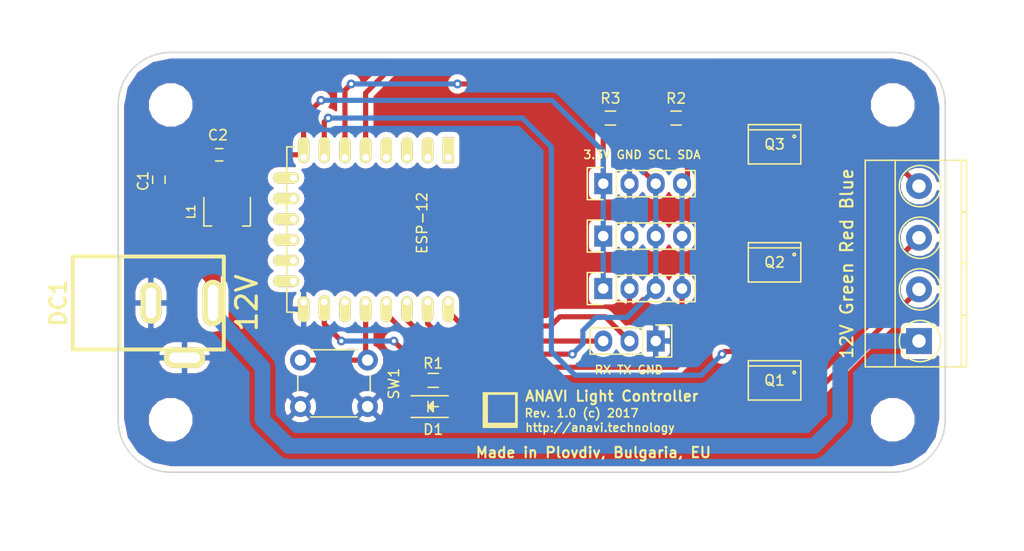
<source format=kicad_pcb>
(kicad_pcb (version 4) (host pcbnew 4.0.5+dfsg1-4)

  (general
    (links 60)
    (no_connects 6)
    (area 53.34 66.04 152.400001 119.380001)
    (thickness 1.6)
    (drawings 15)
    (tracks 115)
    (zones 0)
    (modules 23)
    (nets 17)
  )

  (page A4)
  (layers
    (0 F.Cu signal)
    (31 B.Cu signal)
    (32 B.Adhes user)
    (33 F.Adhes user)
    (34 B.Paste user)
    (35 F.Paste user)
    (36 B.SilkS user)
    (37 F.SilkS user)
    (38 B.Mask user)
    (39 F.Mask user)
    (40 Dwgs.User user)
    (41 Cmts.User user)
    (42 Eco1.User user)
    (43 Eco2.User user)
    (44 Edge.Cuts user)
    (45 Margin user)
    (46 B.CrtYd user)
    (47 F.CrtYd user)
    (48 B.Fab user)
    (49 F.Fab user)
  )

  (setup
    (last_trace_width 0.5)
    (trace_clearance 0.254)
    (zone_clearance 0.508)
    (zone_45_only no)
    (trace_min 0.2)
    (segment_width 0.2)
    (edge_width 0.15)
    (via_size 0.85)
    (via_drill 0.4)
    (via_min_size 0.4)
    (via_min_drill 0.3)
    (uvia_size 0.35)
    (uvia_drill 0.1)
    (uvias_allowed no)
    (uvia_min_size 0.2)
    (uvia_min_drill 0.1)
    (pcb_text_width 0.3)
    (pcb_text_size 1.5 1.5)
    (mod_edge_width 0.15)
    (mod_text_size 1 1)
    (mod_text_width 0.15)
    (pad_size 3.2 3.2)
    (pad_drill 3.2)
    (pad_to_mask_clearance 0.2)
    (aux_axis_origin 0 0)
    (visible_elements FFFFFF7F)
    (pcbplotparams
      (layerselection 0x010fc_80000001)
      (usegerberextensions true)
      (excludeedgelayer true)
      (linewidth 1.000000)
      (plotframeref false)
      (viasonmask false)
      (mode 1)
      (useauxorigin false)
      (hpglpennumber 1)
      (hpglpenspeed 20)
      (hpglpendiameter 15)
      (hpglpenoverlay 2)
      (psnegative false)
      (psa4output false)
      (plotreference true)
      (plotvalue true)
      (plotinvisibletext false)
      (padsonsilk false)
      (subtractmaskfromsilk false)
      (outputformat 1)
      (mirror false)
      (drillshape 0)
      (scaleselection 1)
      (outputdirectory plots/anavi-controller-r1.0/))
  )

  (net 0 "")
  (net 1 "Net-(D1-Pad2)")
  (net 2 GND)
  (net 3 "Net-(J1-Pad4)")
  (net 4 "Net-(J1-Pad3)")
  (net 5 "Net-(J1-Pad2)")
  (net 6 +3V3)
  (net 7 "Net-(ESP-12-Pad13)")
  (net 8 "Net-(ESP-12-Pad14)")
  (net 9 "Net-(ESP-12-Pad12)")
  (net 10 +12V)
  (net 11 "Net-(ESP-12-Pad5)")
  (net 12 "Net-(ESP-12-Pad6)")
  (net 13 "Net-(ESP-12-Pad7)")
  (net 14 "Net-(ESP-12-Pad10)")
  (net 15 "Net-(ESP-12-Pad15)")
  (net 16 "Net-(ESP-12-Pad16)")

  (net_class Default "This is the default net class."
    (clearance 0.254)
    (trace_width 0.5)
    (via_dia 0.85)
    (via_drill 0.4)
    (uvia_dia 0.35)
    (uvia_drill 0.1)
    (add_net +3V3)
    (add_net GND)
    (add_net "Net-(D1-Pad2)")
    (add_net "Net-(ESP-12-Pad10)")
    (add_net "Net-(ESP-12-Pad12)")
    (add_net "Net-(ESP-12-Pad13)")
    (add_net "Net-(ESP-12-Pad14)")
    (add_net "Net-(ESP-12-Pad15)")
    (add_net "Net-(ESP-12-Pad16)")
    (add_net "Net-(ESP-12-Pad5)")
    (add_net "Net-(ESP-12-Pad6)")
    (add_net "Net-(ESP-12-Pad7)")
    (add_net "Net-(J1-Pad2)")
    (add_net "Net-(J1-Pad3)")
    (add_net "Net-(J1-Pad4)")
  )

  (net_class vcc ""
    (clearance 0.254)
    (trace_width 1.5)
    (via_dia 0.85)
    (via_drill 0.4)
    (uvia_dia 0.35)
    (uvia_drill 0.1)
    (add_net +12V)
  )

  (module LEDs:LED_1206 (layer F.Cu) (tedit 598C0DA8) (tstamp 598AECB1)
    (at 95.25 105.41)
    (descr "LED 1206 smd package")
    (tags "LED1206 SMD")
    (path /598AC94C)
    (attr smd)
    (fp_text reference D1 (at 0 2.2225) (layer F.SilkS)
      (effects (font (size 1 1) (thickness 0.15)))
    )
    (fp_text value LED (at 0 2) (layer F.Fab) hide
      (effects (font (size 1 1) (thickness 0.15)))
    )
    (fp_line (start -0.5 -0.5) (end -0.5 0.5) (layer F.Fab) (width 0.15))
    (fp_line (start -0.5 0) (end 0 -0.5) (layer F.Fab) (width 0.15))
    (fp_line (start 0 0.5) (end -0.5 0) (layer F.Fab) (width 0.15))
    (fp_line (start 0 -0.5) (end 0 0.5) (layer F.Fab) (width 0.15))
    (fp_line (start -1.6 0.8) (end -1.6 -0.8) (layer F.Fab) (width 0.15))
    (fp_line (start 1.6 0.8) (end -1.6 0.8) (layer F.Fab) (width 0.15))
    (fp_line (start 1.6 -0.8) (end 1.6 0.8) (layer F.Fab) (width 0.15))
    (fp_line (start -1.6 -0.8) (end 1.6 -0.8) (layer F.Fab) (width 0.15))
    (fp_line (start -2.15 1.05) (end 1.45 1.05) (layer F.SilkS) (width 0.15))
    (fp_line (start -2.15 -1.05) (end 1.45 -1.05) (layer F.SilkS) (width 0.15))
    (fp_line (start -0.1 -0.3) (end -0.1 0.3) (layer F.SilkS) (width 0.15))
    (fp_line (start -0.1 0.3) (end -0.4 0) (layer F.SilkS) (width 0.15))
    (fp_line (start -0.4 0) (end -0.2 -0.2) (layer F.SilkS) (width 0.15))
    (fp_line (start -0.2 -0.2) (end -0.2 0.05) (layer F.SilkS) (width 0.15))
    (fp_line (start -0.2 0.05) (end -0.25 0) (layer F.SilkS) (width 0.15))
    (fp_line (start -0.5 -0.5) (end -0.5 0.5) (layer F.SilkS) (width 0.15))
    (fp_line (start 0 0) (end 0.5 0) (layer F.SilkS) (width 0.15))
    (fp_line (start -0.5 0) (end 0 -0.5) (layer F.SilkS) (width 0.15))
    (fp_line (start 0 -0.5) (end 0 0.5) (layer F.SilkS) (width 0.15))
    (fp_line (start 0 0.5) (end -0.5 0) (layer F.SilkS) (width 0.15))
    (fp_line (start 2.5 -1.25) (end -2.5 -1.25) (layer F.CrtYd) (width 0.05))
    (fp_line (start -2.5 -1.25) (end -2.5 1.25) (layer F.CrtYd) (width 0.05))
    (fp_line (start -2.5 1.25) (end 2.5 1.25) (layer F.CrtYd) (width 0.05))
    (fp_line (start 2.5 1.25) (end 2.5 -1.25) (layer F.CrtYd) (width 0.05))
    (pad 2 smd rect (at 1.41986 0 180) (size 1.59766 1.80086) (layers F.Cu F.Paste F.Mask)
      (net 1 "Net-(D1-Pad2)"))
    (pad 1 smd rect (at -1.41986 0 180) (size 1.59766 1.80086) (layers F.Cu F.Paste F.Mask)
      (net 2 GND))
    (model LEDs.3dshapes/LED_1206.wrl
      (at (xyz 0 0 0))
      (scale (xyz 1 1 1))
      (rotate (xyz 0 0 180))
    )
  )

  (module Terminal_Blocks:TerminalBlock_Pheonix_MKDS1.5-4pol (layer F.Cu) (tedit 598C25FB) (tstamp 598AECCB)
    (at 142.24 99.06 90)
    (descr "4-way 5mm pitch terminal block, Phoenix MKDS series")
    (path /598AC7B8)
    (fp_text reference J1 (at 7.5 5.9 90) (layer F.SilkS) hide
      (effects (font (size 1 1) (thickness 0.15)))
    )
    (fp_text value Screw_Terminal_1x04 (at 7.5 -6.6 90) (layer F.Fab) hide
      (effects (font (size 1 1) (thickness 0.15)))
    )
    (fp_line (start -2.7 -5.4) (end 17.7 -5.4) (layer F.CrtYd) (width 0.05))
    (fp_line (start -2.7 4.8) (end -2.7 -5.4) (layer F.CrtYd) (width 0.05))
    (fp_line (start 17.7 4.8) (end -2.7 4.8) (layer F.CrtYd) (width 0.05))
    (fp_line (start 17.7 -5.4) (end 17.7 4.8) (layer F.CrtYd) (width 0.05))
    (fp_line (start 12.5 4.1) (end 12.5 4.6) (layer F.SilkS) (width 0.15))
    (fp_circle (center 15 0.1) (end 13 0.1) (layer F.SilkS) (width 0.15))
    (fp_circle (center 10 0.1) (end 8 0.1) (layer F.SilkS) (width 0.15))
    (fp_line (start 7.5 4.1) (end 7.5 4.6) (layer F.SilkS) (width 0.15))
    (fp_line (start 2.5 4.1) (end 2.5 4.6) (layer F.SilkS) (width 0.15))
    (fp_circle (center 5 0.1) (end 3 0.1) (layer F.SilkS) (width 0.15))
    (fp_circle (center 0 0.1) (end 2 0.1) (layer F.SilkS) (width 0.15))
    (fp_line (start -2.5 2.6) (end 17.5 2.6) (layer F.SilkS) (width 0.15))
    (fp_line (start -2.5 -2.3) (end 17.5 -2.3) (layer F.SilkS) (width 0.15))
    (fp_line (start -2.5 4.1) (end 17.5 4.1) (layer F.SilkS) (width 0.15))
    (fp_line (start -2.5 4.6) (end 17.5 4.6) (layer F.SilkS) (width 0.15))
    (fp_line (start 17.5 4.6) (end 17.5 -5.2) (layer F.SilkS) (width 0.15))
    (fp_line (start 17.5 -5.2) (end -2.5 -5.2) (layer F.SilkS) (width 0.15))
    (fp_line (start -2.5 -5.2) (end -2.5 4.6) (layer F.SilkS) (width 0.15))
    (pad 4 thru_hole circle (at 15 0 90) (size 2.5 2.5) (drill 1.3) (layers *.Cu *.Mask)
      (net 3 "Net-(J1-Pad4)"))
    (pad 3 thru_hole circle (at 10 0 90) (size 2.5 2.5) (drill 1.3) (layers *.Cu *.Mask)
      (net 4 "Net-(J1-Pad3)"))
    (pad 1 thru_hole rect (at 0 0 90) (size 2.5 2.5) (drill 1.3) (layers *.Cu *.Mask)
      (net 10 +12V))
    (pad 2 thru_hole circle (at 5 0 90) (size 2.5 2.5) (drill 1.3) (layers *.Cu *.Mask)
      (net 5 "Net-(J1-Pad2)"))
    (model Terminal_Blocks.3dshapes/TerminalBlock_Pheonix_MKDS1.5-4pol.wrl
      (at (xyz 0.2953 0 0))
      (scale (xyz 1 1 1))
      (rotate (xyz 0 0 0))
    )
  )

  (module smd-semi:SOT-89 (layer F.Cu) (tedit 598C0FD8) (tstamp 598AECE1)
    (at 75.311 86.4235 270)
    (path /598B19AF)
    (attr smd)
    (fp_text reference L1 (at 0.127 3.4925 270) (layer F.SilkS)
      (effects (font (size 0.8 0.8) (thickness 0.15)))
    )
    (fp_text value 78L33 (at 0 0 270) (layer F.Fab)
      (effects (font (size 0.8 0.8) (thickness 0.15)))
    )
    (fp_line (start -1.25 2.25) (end 1.5 2.25) (layer F.SilkS) (width 0.15))
    (fp_line (start 1.5 2.25) (end 1.5 1.5) (layer F.SilkS) (width 0.15))
    (fp_line (start -1.25 -2.25) (end 1.5 -2.25) (layer F.SilkS) (width 0.15))
    (fp_line (start 1.5 -2.25) (end 1.5 -1.5) (layer F.SilkS) (width 0.15))
    (fp_line (start -2.9 -2.6) (end 2.9 -2.6) (layer F.CrtYd) (width 0.15))
    (fp_line (start 2.9 -2.6) (end 2.9 2.6) (layer F.CrtYd) (width 0.15))
    (fp_line (start 2.9 2.6) (end -2.9 2.6) (layer F.CrtYd) (width 0.15))
    (fp_line (start -2.9 2.6) (end -2.9 -2.6) (layer F.CrtYd) (width 0.15))
    (fp_line (start -1.35 -2.35) (end 1.35 -2.35) (layer F.Fab) (width 0.15))
    (fp_line (start 1.35 -2.35) (end 1.35 2.35) (layer F.Fab) (width 0.15))
    (fp_line (start 1.35 2.35) (end -1.35 2.35) (layer F.Fab) (width 0.15))
    (fp_line (start -1.35 2.35) (end -1.35 -2.35) (layer F.Fab) (width 0.15))
    (pad 4 smd trapezoid (at 0.8 0.85 90) (size 2.9 0.8) (rect_delta 0 0.8 ) (layers F.Cu F.Paste F.Mask))
    (pad 1 smd rect (at -2 -1.5 270) (size 1.3 0.7) (layers F.Cu F.Paste F.Mask)
      (net 6 +3V3))
    (pad 3 smd rect (at -2 1.5 270) (size 1.3 0.7) (layers F.Cu F.Paste F.Mask)
      (net 10 +12V))
    (pad 2 smd rect (at -1.85 0 270) (size 1.6 0.9) (layers F.Cu F.Paste F.Mask)
      (net 2 GND))
    (pad 4 smd rect (at 0.8 0 270) (size 3.7 0.9) (layers F.Cu F.Paste F.Mask))
    (pad 4 smd trapezoid (at 0.8 -0.85 270) (size 2.9 0.8) (rect_delta 0 0.8 ) (layers F.Cu F.Paste F.Mask))
    (model smd_trans/sot89.wrl
      (at (xyz 0 0 0))
      (scale (xyz 1 1 1))
      (rotate (xyz 0 0 90))
    )
  )

  (module Pin_Headers:Pin_Header_Straight_1x03 (layer F.Cu) (tedit 598C0697) (tstamp 598AECF3)
    (at 116.7765 99.06 270)
    (descr "Through hole pin header")
    (tags "pin header")
    (path /598AC863)
    (fp_text reference P1 (at 0 -5.1 270) (layer F.SilkS) hide
      (effects (font (size 1 1) (thickness 0.15)))
    )
    (fp_text value CONN_01X03 (at 0 -3.1 270) (layer F.Fab) hide
      (effects (font (size 1 1) (thickness 0.15)))
    )
    (fp_line (start -1.75 -1.75) (end -1.75 6.85) (layer F.CrtYd) (width 0.05))
    (fp_line (start 1.75 -1.75) (end 1.75 6.85) (layer F.CrtYd) (width 0.05))
    (fp_line (start -1.75 -1.75) (end 1.75 -1.75) (layer F.CrtYd) (width 0.05))
    (fp_line (start -1.75 6.85) (end 1.75 6.85) (layer F.CrtYd) (width 0.05))
    (fp_line (start -1.27 1.27) (end -1.27 6.35) (layer F.SilkS) (width 0.15))
    (fp_line (start -1.27 6.35) (end 1.27 6.35) (layer F.SilkS) (width 0.15))
    (fp_line (start 1.27 6.35) (end 1.27 1.27) (layer F.SilkS) (width 0.15))
    (fp_line (start 1.55 -1.55) (end 1.55 0) (layer F.SilkS) (width 0.15))
    (fp_line (start 1.27 1.27) (end -1.27 1.27) (layer F.SilkS) (width 0.15))
    (fp_line (start -1.55 0) (end -1.55 -1.55) (layer F.SilkS) (width 0.15))
    (fp_line (start -1.55 -1.55) (end 1.55 -1.55) (layer F.SilkS) (width 0.15))
    (pad 1 thru_hole rect (at 0 0 270) (size 2.032 1.7272) (drill 1.016) (layers *.Cu *.Mask)
      (net 2 GND))
    (pad 2 thru_hole oval (at 0 2.54 270) (size 2.032 1.7272) (drill 1.016) (layers *.Cu *.Mask)
      (net 16 "Net-(ESP-12-Pad16)"))
    (pad 3 thru_hole oval (at 0 5.08 270) (size 2.032 1.7272) (drill 1.016) (layers *.Cu *.Mask)
      (net 15 "Net-(ESP-12-Pad15)"))
    (model Pin_Headers.3dshapes/Pin_Header_Straight_1x03.wrl
      (at (xyz 0 -0.1 0))
      (scale (xyz 1 1 1))
      (rotate (xyz 0 0 90))
    )
  )

  (module SO-8 (layer F.Cu) (tedit 598C0625) (tstamp 598AED05)
    (at 128.27 102.87 180)
    (descr "SO-8 Surface Mount Small Outline 150mil 8pin Package")
    (tags "Power Integrations D Package")
    (path /598ADFF2)
    (fp_text reference Q1 (at 0 0 180) (layer F.SilkS)
      (effects (font (size 1 1) (thickness 0.15)))
    )
    (fp_text value IRF8721PBF-1 (at 0 0 180) (layer F.Fab) hide
      (effects (font (size 1 1) (thickness 0.15)))
    )
    (fp_circle (center -1.905 0.762) (end -1.778 0.762) (layer F.SilkS) (width 0.15))
    (fp_line (start -2.54 1.397) (end 2.54 1.397) (layer F.SilkS) (width 0.15))
    (fp_line (start -2.54 -1.905) (end 2.54 -1.905) (layer F.SilkS) (width 0.15))
    (fp_line (start -2.54 1.905) (end 2.54 1.905) (layer F.SilkS) (width 0.15))
    (fp_line (start -2.54 1.905) (end -2.54 -1.905) (layer F.SilkS) (width 0.15))
    (fp_line (start 2.54 1.905) (end 2.54 -1.905) (layer F.SilkS) (width 0.15))
    (pad 1 smd oval (at -1.905 2.794 180) (size 0.6096 1.4732) (layers F.Cu F.Paste F.Mask)
      (net 2 GND))
    (pad 2 smd oval (at -0.635 2.794 180) (size 0.6096 1.4732) (layers F.Cu F.Paste F.Mask)
      (net 2 GND))
    (pad 3 smd oval (at 0.635 2.794 180) (size 0.6096 1.4732) (layers F.Cu F.Paste F.Mask)
      (net 2 GND))
    (pad 4 smd oval (at 1.905 2.794 180) (size 0.6096 1.4732) (layers F.Cu F.Paste F.Mask)
      (net 13 "Net-(ESP-12-Pad7)"))
    (pad 5 smd oval (at 1.905 -2.794 180) (size 0.6096 1.4732) (layers F.Cu F.Paste F.Mask)
      (net 5 "Net-(J1-Pad2)"))
    (pad 6 smd oval (at 0.635 -2.794 180) (size 0.6096 1.4732) (layers F.Cu F.Paste F.Mask)
      (net 5 "Net-(J1-Pad2)"))
    (pad 7 smd oval (at -0.635 -2.794 180) (size 0.6096 1.4732) (layers F.Cu F.Paste F.Mask)
      (net 5 "Net-(J1-Pad2)"))
    (pad 8 smd oval (at -1.905 -2.794 180) (size 0.6096 1.4732) (layers F.Cu F.Paste F.Mask)
      (net 5 "Net-(J1-Pad2)"))
  )

  (module SO-8 (layer F.Cu) (tedit 598C0629) (tstamp 598AED17)
    (at 128.27 91.44 180)
    (descr "SO-8 Surface Mount Small Outline 150mil 8pin Package")
    (tags "Power Integrations D Package")
    (path /598ADFA1)
    (fp_text reference Q2 (at 0 0 180) (layer F.SilkS)
      (effects (font (size 1 1) (thickness 0.15)))
    )
    (fp_text value IRF8721PBF-1 (at 0 0 180) (layer F.Fab) hide
      (effects (font (size 1 1) (thickness 0.15)))
    )
    (fp_circle (center -1.905 0.762) (end -1.778 0.762) (layer F.SilkS) (width 0.15))
    (fp_line (start -2.54 1.397) (end 2.54 1.397) (layer F.SilkS) (width 0.15))
    (fp_line (start -2.54 -1.905) (end 2.54 -1.905) (layer F.SilkS) (width 0.15))
    (fp_line (start -2.54 1.905) (end 2.54 1.905) (layer F.SilkS) (width 0.15))
    (fp_line (start -2.54 1.905) (end -2.54 -1.905) (layer F.SilkS) (width 0.15))
    (fp_line (start 2.54 1.905) (end 2.54 -1.905) (layer F.SilkS) (width 0.15))
    (pad 1 smd oval (at -1.905 2.794 180) (size 0.6096 1.4732) (layers F.Cu F.Paste F.Mask)
      (net 2 GND))
    (pad 2 smd oval (at -0.635 2.794 180) (size 0.6096 1.4732) (layers F.Cu F.Paste F.Mask)
      (net 2 GND))
    (pad 3 smd oval (at 0.635 2.794 180) (size 0.6096 1.4732) (layers F.Cu F.Paste F.Mask)
      (net 2 GND))
    (pad 4 smd oval (at 1.905 2.794 180) (size 0.6096 1.4732) (layers F.Cu F.Paste F.Mask)
      (net 12 "Net-(ESP-12-Pad6)"))
    (pad 5 smd oval (at 1.905 -2.794 180) (size 0.6096 1.4732) (layers F.Cu F.Paste F.Mask)
      (net 4 "Net-(J1-Pad3)"))
    (pad 6 smd oval (at 0.635 -2.794 180) (size 0.6096 1.4732) (layers F.Cu F.Paste F.Mask)
      (net 4 "Net-(J1-Pad3)"))
    (pad 7 smd oval (at -0.635 -2.794 180) (size 0.6096 1.4732) (layers F.Cu F.Paste F.Mask)
      (net 4 "Net-(J1-Pad3)"))
    (pad 8 smd oval (at -1.905 -2.794 180) (size 0.6096 1.4732) (layers F.Cu F.Paste F.Mask)
      (net 4 "Net-(J1-Pad3)"))
  )

  (module SO-8 (layer F.Cu) (tedit 598C062B) (tstamp 598AED29)
    (at 128.27 80.01 180)
    (descr "SO-8 Surface Mount Small Outline 150mil 8pin Package")
    (tags "Power Integrations D Package")
    (path /598ADF58)
    (fp_text reference Q3 (at 0 0 180) (layer F.SilkS)
      (effects (font (size 1 1) (thickness 0.15)))
    )
    (fp_text value IRF8721PBF-1 (at 0 0 180) (layer F.Fab) hide
      (effects (font (size 1 1) (thickness 0.15)))
    )
    (fp_circle (center -1.905 0.762) (end -1.778 0.762) (layer F.SilkS) (width 0.15))
    (fp_line (start -2.54 1.397) (end 2.54 1.397) (layer F.SilkS) (width 0.15))
    (fp_line (start -2.54 -1.905) (end 2.54 -1.905) (layer F.SilkS) (width 0.15))
    (fp_line (start -2.54 1.905) (end 2.54 1.905) (layer F.SilkS) (width 0.15))
    (fp_line (start -2.54 1.905) (end -2.54 -1.905) (layer F.SilkS) (width 0.15))
    (fp_line (start 2.54 1.905) (end 2.54 -1.905) (layer F.SilkS) (width 0.15))
    (pad 1 smd oval (at -1.905 2.794 180) (size 0.6096 1.4732) (layers F.Cu F.Paste F.Mask)
      (net 2 GND))
    (pad 2 smd oval (at -0.635 2.794 180) (size 0.6096 1.4732) (layers F.Cu F.Paste F.Mask)
      (net 2 GND))
    (pad 3 smd oval (at 0.635 2.794 180) (size 0.6096 1.4732) (layers F.Cu F.Paste F.Mask)
      (net 2 GND))
    (pad 4 smd oval (at 1.905 2.794 180) (size 0.6096 1.4732) (layers F.Cu F.Paste F.Mask)
      (net 11 "Net-(ESP-12-Pad5)"))
    (pad 5 smd oval (at 1.905 -2.794 180) (size 0.6096 1.4732) (layers F.Cu F.Paste F.Mask)
      (net 3 "Net-(J1-Pad4)"))
    (pad 6 smd oval (at 0.635 -2.794 180) (size 0.6096 1.4732) (layers F.Cu F.Paste F.Mask)
      (net 3 "Net-(J1-Pad4)"))
    (pad 7 smd oval (at -0.635 -2.794 180) (size 0.6096 1.4732) (layers F.Cu F.Paste F.Mask)
      (net 3 "Net-(J1-Pad4)"))
    (pad 8 smd oval (at -1.905 -2.794 180) (size 0.6096 1.4732) (layers F.Cu F.Paste F.Mask)
      (net 3 "Net-(J1-Pad4)"))
  )

  (module Resistors_SMD:R_0603_HandSoldering (layer F.Cu) (tedit 598C216B) (tstamp 598AED39)
    (at 95.25 102.87)
    (descr "Resistor SMD 0603, hand soldering")
    (tags "resistor 0603")
    (path /598ADC31)
    (attr smd)
    (fp_text reference R1 (at 0 -1.651) (layer F.SilkS)
      (effects (font (size 1 1) (thickness 0.15)))
    )
    (fp_text value 68R (at 0.0635 0.0635) (layer F.Fab)
      (effects (font (size 1 1) (thickness 0.15)))
    )
    (fp_line (start -0.8 0.4) (end -0.8 -0.4) (layer F.Fab) (width 0.1))
    (fp_line (start 0.8 0.4) (end -0.8 0.4) (layer F.Fab) (width 0.1))
    (fp_line (start 0.8 -0.4) (end 0.8 0.4) (layer F.Fab) (width 0.1))
    (fp_line (start -0.8 -0.4) (end 0.8 -0.4) (layer F.Fab) (width 0.1))
    (fp_line (start -2 -0.8) (end 2 -0.8) (layer F.CrtYd) (width 0.05))
    (fp_line (start -2 0.8) (end 2 0.8) (layer F.CrtYd) (width 0.05))
    (fp_line (start -2 -0.8) (end -2 0.8) (layer F.CrtYd) (width 0.05))
    (fp_line (start 2 -0.8) (end 2 0.8) (layer F.CrtYd) (width 0.05))
    (fp_line (start 0.5 0.675) (end -0.5 0.675) (layer F.SilkS) (width 0.15))
    (fp_line (start -0.5 -0.675) (end 0.5 -0.675) (layer F.SilkS) (width 0.15))
    (pad 1 smd rect (at -1.1 0) (size 1.2 0.9) (layers F.Cu F.Paste F.Mask)
      (net 14 "Net-(ESP-12-Pad10)"))
    (pad 2 smd rect (at 1.1 0) (size 1.2 0.9) (layers F.Cu F.Paste F.Mask)
      (net 1 "Net-(D1-Pad2)"))
    (model Resistors_SMD.3dshapes/R_0603_HandSoldering.wrl
      (at (xyz 0 0 0))
      (scale (xyz 1 1 1))
      (rotate (xyz 0 0 0))
    )
  )

  (module Resistors_SMD:R_0603_HandSoldering (layer F.Cu) (tedit 598C0958) (tstamp 598AED49)
    (at 118.745 77.47)
    (descr "Resistor SMD 0603, hand soldering")
    (tags "resistor 0603")
    (path /598ADBC1)
    (attr smd)
    (fp_text reference R2 (at 0 -1.9) (layer F.SilkS)
      (effects (font (size 1 1) (thickness 0.15)))
    )
    (fp_text value 4,7K (at 0 0) (layer F.Fab)
      (effects (font (size 1 1) (thickness 0.15)))
    )
    (fp_line (start -0.8 0.4) (end -0.8 -0.4) (layer F.Fab) (width 0.1))
    (fp_line (start 0.8 0.4) (end -0.8 0.4) (layer F.Fab) (width 0.1))
    (fp_line (start 0.8 -0.4) (end 0.8 0.4) (layer F.Fab) (width 0.1))
    (fp_line (start -0.8 -0.4) (end 0.8 -0.4) (layer F.Fab) (width 0.1))
    (fp_line (start -2 -0.8) (end 2 -0.8) (layer F.CrtYd) (width 0.05))
    (fp_line (start -2 0.8) (end 2 0.8) (layer F.CrtYd) (width 0.05))
    (fp_line (start -2 -0.8) (end -2 0.8) (layer F.CrtYd) (width 0.05))
    (fp_line (start 2 -0.8) (end 2 0.8) (layer F.CrtYd) (width 0.05))
    (fp_line (start 0.5 0.675) (end -0.5 0.675) (layer F.SilkS) (width 0.15))
    (fp_line (start -0.5 -0.675) (end 0.5 -0.675) (layer F.SilkS) (width 0.15))
    (pad 1 smd rect (at -1.1 0) (size 1.2 0.9) (layers F.Cu F.Paste F.Mask)
      (net 6 +3V3))
    (pad 2 smd rect (at 1.1 0) (size 1.2 0.9) (layers F.Cu F.Paste F.Mask)
      (net 7 "Net-(ESP-12-Pad13)"))
    (model Resistors_SMD.3dshapes/R_0603_HandSoldering.wrl
      (at (xyz 0 0 0))
      (scale (xyz 1 1 1))
      (rotate (xyz 0 0 0))
    )
  )

  (module Resistors_SMD:R_0603_HandSoldering (layer F.Cu) (tedit 598C0956) (tstamp 598AED59)
    (at 112.395 77.47)
    (descr "Resistor SMD 0603, hand soldering")
    (tags "resistor 0603")
    (path /598ADBF6)
    (attr smd)
    (fp_text reference R3 (at 0 -1.905) (layer F.SilkS)
      (effects (font (size 1 1) (thickness 0.15)))
    )
    (fp_text value 4,7K (at 0 0) (layer F.Fab)
      (effects (font (size 1 1) (thickness 0.15)))
    )
    (fp_line (start -0.8 0.4) (end -0.8 -0.4) (layer F.Fab) (width 0.1))
    (fp_line (start 0.8 0.4) (end -0.8 0.4) (layer F.Fab) (width 0.1))
    (fp_line (start 0.8 -0.4) (end 0.8 0.4) (layer F.Fab) (width 0.1))
    (fp_line (start -0.8 -0.4) (end 0.8 -0.4) (layer F.Fab) (width 0.1))
    (fp_line (start -2 -0.8) (end 2 -0.8) (layer F.CrtYd) (width 0.05))
    (fp_line (start -2 0.8) (end 2 0.8) (layer F.CrtYd) (width 0.05))
    (fp_line (start -2 -0.8) (end -2 0.8) (layer F.CrtYd) (width 0.05))
    (fp_line (start 2 -0.8) (end 2 0.8) (layer F.CrtYd) (width 0.05))
    (fp_line (start 0.5 0.675) (end -0.5 0.675) (layer F.SilkS) (width 0.15))
    (fp_line (start -0.5 -0.675) (end 0.5 -0.675) (layer F.SilkS) (width 0.15))
    (pad 1 smd rect (at -1.1 0) (size 1.2 0.9) (layers F.Cu F.Paste F.Mask)
      (net 6 +3V3))
    (pad 2 smd rect (at 1.1 0) (size 1.2 0.9) (layers F.Cu F.Paste F.Mask)
      (net 8 "Net-(ESP-12-Pad14)"))
    (model Resistors_SMD.3dshapes/R_0603_HandSoldering.wrl
      (at (xyz 0 0 0))
      (scale (xyz 1 1 1))
      (rotate (xyz 0 0 0))
    )
  )

  (module Buttons_Switches_ThroughHole:SW_PUSH_6mm_h4.3mm (layer F.Cu) (tedit 598C0DA0) (tstamp 598AED77)
    (at 88.9 105.41 180)
    (descr "tactile push button, 6x6mm e.g. PHAP33xx series, height=4.3mm")
    (tags "tact sw push 6mm")
    (path /598B559F)
    (fp_text reference SW1 (at -2.54 2.2225 270) (layer F.SilkS)
      (effects (font (size 1 1) (thickness 0.15)))
    )
    (fp_text value SW_DIP_x01 (at 3.75 6.7 180) (layer F.Fab) hide
      (effects (font (size 1 1) (thickness 0.15)))
    )
    (fp_line (start 3.25 -0.75) (end 6.25 -0.75) (layer F.Fab) (width 0.1))
    (fp_line (start 6.25 -0.75) (end 6.25 5.25) (layer F.Fab) (width 0.1))
    (fp_line (start 6.25 5.25) (end 0.25 5.25) (layer F.Fab) (width 0.1))
    (fp_line (start 0.25 5.25) (end 0.25 -0.75) (layer F.Fab) (width 0.1))
    (fp_line (start 0.25 -0.75) (end 3.25 -0.75) (layer F.Fab) (width 0.1))
    (fp_line (start 7.75 6) (end 8 6) (layer F.CrtYd) (width 0.05))
    (fp_line (start 8 6) (end 8 5.75) (layer F.CrtYd) (width 0.05))
    (fp_line (start 7.75 -1.5) (end 8 -1.5) (layer F.CrtYd) (width 0.05))
    (fp_line (start 8 -1.5) (end 8 -1.25) (layer F.CrtYd) (width 0.05))
    (fp_line (start -1.5 -1.25) (end -1.5 -1.5) (layer F.CrtYd) (width 0.05))
    (fp_line (start -1.5 -1.5) (end -1.25 -1.5) (layer F.CrtYd) (width 0.05))
    (fp_line (start -1.5 5.75) (end -1.5 6) (layer F.CrtYd) (width 0.05))
    (fp_line (start -1.5 6) (end -1.25 6) (layer F.CrtYd) (width 0.05))
    (fp_line (start -1.25 -1.5) (end 7.75 -1.5) (layer F.CrtYd) (width 0.05))
    (fp_line (start -1.5 5.75) (end -1.5 -1.25) (layer F.CrtYd) (width 0.05))
    (fp_line (start 7.75 6) (end -1.25 6) (layer F.CrtYd) (width 0.05))
    (fp_line (start 8 -1.25) (end 8 5.75) (layer F.CrtYd) (width 0.05))
    (fp_line (start 1 5.5) (end 5.5 5.5) (layer F.SilkS) (width 0.15))
    (fp_line (start -0.25 1.5) (end -0.25 3) (layer F.SilkS) (width 0.15))
    (fp_line (start 5.5 -1) (end 1 -1) (layer F.SilkS) (width 0.15))
    (fp_line (start 6.75 3) (end 6.75 1.5) (layer F.SilkS) (width 0.15))
    (fp_circle (center 3.25 2.25) (end 1.25 2.5) (layer F.Fab) (width 0.1))
    (pad 2 thru_hole circle (at 0 4.5 270) (size 2 2) (drill 1.1) (layers *.Cu *.Mask)
      (net 9 "Net-(ESP-12-Pad12)"))
    (pad 1 thru_hole circle (at 0 0 270) (size 2 2) (drill 1.1) (layers *.Cu *.Mask)
      (net 2 GND))
    (pad 2 thru_hole circle (at 6.5 4.5 270) (size 2 2) (drill 1.1) (layers *.Cu *.Mask)
      (net 9 "Net-(ESP-12-Pad12)"))
    (pad 1 thru_hole circle (at 6.5 0 270) (size 2 2) (drill 1.1) (layers *.Cu *.Mask)
      (net 2 GND))
    (model Buttons_Switches_ThroughHole.3dshapes/SW_PUSH_6mm_h4.3mm.wrl
      (at (xyz 0.005 0 0))
      (scale (xyz 0.3937 0.3937 0.3937))
      (rotate (xyz 0 0 0))
    )
  )

  (module Pin_Headers:Pin_Header_Straight_1x04 (layer F.Cu) (tedit 598C0680) (tstamp 598AED8A)
    (at 111.6965 83.82 90)
    (descr "Through hole pin header")
    (tags "pin header")
    (path /598AD5F1)
    (fp_text reference U1 (at 0 -5.1 90) (layer F.SilkS) hide
      (effects (font (size 1 1) (thickness 0.15)))
    )
    (fp_text value I2C_SENS_1 (at 0 -3.1 90) (layer F.Fab) hide
      (effects (font (size 1 1) (thickness 0.15)))
    )
    (fp_line (start -1.75 -1.75) (end -1.75 9.4) (layer F.CrtYd) (width 0.05))
    (fp_line (start 1.75 -1.75) (end 1.75 9.4) (layer F.CrtYd) (width 0.05))
    (fp_line (start -1.75 -1.75) (end 1.75 -1.75) (layer F.CrtYd) (width 0.05))
    (fp_line (start -1.75 9.4) (end 1.75 9.4) (layer F.CrtYd) (width 0.05))
    (fp_line (start -1.27 1.27) (end -1.27 8.89) (layer F.SilkS) (width 0.15))
    (fp_line (start 1.27 1.27) (end 1.27 8.89) (layer F.SilkS) (width 0.15))
    (fp_line (start 1.55 -1.55) (end 1.55 0) (layer F.SilkS) (width 0.15))
    (fp_line (start -1.27 8.89) (end 1.27 8.89) (layer F.SilkS) (width 0.15))
    (fp_line (start 1.27 1.27) (end -1.27 1.27) (layer F.SilkS) (width 0.15))
    (fp_line (start -1.55 0) (end -1.55 -1.55) (layer F.SilkS) (width 0.15))
    (fp_line (start -1.55 -1.55) (end 1.55 -1.55) (layer F.SilkS) (width 0.15))
    (pad 1 thru_hole rect (at 0 0 90) (size 2.032 1.7272) (drill 1.016) (layers *.Cu *.Mask)
      (net 6 +3V3))
    (pad 2 thru_hole oval (at 0 2.54 90) (size 2.032 1.7272) (drill 1.016) (layers *.Cu *.Mask)
      (net 2 GND))
    (pad 3 thru_hole oval (at 0 5.08 90) (size 2.032 1.7272) (drill 1.016) (layers *.Cu *.Mask)
      (net 8 "Net-(ESP-12-Pad14)"))
    (pad 4 thru_hole oval (at 0 7.62 90) (size 2.032 1.7272) (drill 1.016) (layers *.Cu *.Mask)
      (net 7 "Net-(ESP-12-Pad13)"))
    (model Pin_Headers.3dshapes/Pin_Header_Straight_1x04.wrl
      (at (xyz 0 -0.15 0))
      (scale (xyz 1 1 1))
      (rotate (xyz 0 0 90))
    )
  )

  (module Pin_Headers:Pin_Header_Straight_1x04 (layer F.Cu) (tedit 598C067C) (tstamp 598AED9D)
    (at 111.6965 88.9 90)
    (descr "Through hole pin header")
    (tags "pin header")
    (path /598AD642)
    (fp_text reference U2 (at 0 -5.1 90) (layer F.SilkS) hide
      (effects (font (size 1 1) (thickness 0.15)))
    )
    (fp_text value I2C_SENS_1 (at 0 -3.1 90) (layer F.Fab) hide
      (effects (font (size 1 1) (thickness 0.15)))
    )
    (fp_line (start -1.75 -1.75) (end -1.75 9.4) (layer F.CrtYd) (width 0.05))
    (fp_line (start 1.75 -1.75) (end 1.75 9.4) (layer F.CrtYd) (width 0.05))
    (fp_line (start -1.75 -1.75) (end 1.75 -1.75) (layer F.CrtYd) (width 0.05))
    (fp_line (start -1.75 9.4) (end 1.75 9.4) (layer F.CrtYd) (width 0.05))
    (fp_line (start -1.27 1.27) (end -1.27 8.89) (layer F.SilkS) (width 0.15))
    (fp_line (start 1.27 1.27) (end 1.27 8.89) (layer F.SilkS) (width 0.15))
    (fp_line (start 1.55 -1.55) (end 1.55 0) (layer F.SilkS) (width 0.15))
    (fp_line (start -1.27 8.89) (end 1.27 8.89) (layer F.SilkS) (width 0.15))
    (fp_line (start 1.27 1.27) (end -1.27 1.27) (layer F.SilkS) (width 0.15))
    (fp_line (start -1.55 0) (end -1.55 -1.55) (layer F.SilkS) (width 0.15))
    (fp_line (start -1.55 -1.55) (end 1.55 -1.55) (layer F.SilkS) (width 0.15))
    (pad 1 thru_hole rect (at 0 0 90) (size 2.032 1.7272) (drill 1.016) (layers *.Cu *.Mask)
      (net 6 +3V3))
    (pad 2 thru_hole oval (at 0 2.54 90) (size 2.032 1.7272) (drill 1.016) (layers *.Cu *.Mask)
      (net 2 GND))
    (pad 3 thru_hole oval (at 0 5.08 90) (size 2.032 1.7272) (drill 1.016) (layers *.Cu *.Mask)
      (net 8 "Net-(ESP-12-Pad14)"))
    (pad 4 thru_hole oval (at 0 7.62 90) (size 2.032 1.7272) (drill 1.016) (layers *.Cu *.Mask)
      (net 7 "Net-(ESP-12-Pad13)"))
    (model Pin_Headers.3dshapes/Pin_Header_Straight_1x04.wrl
      (at (xyz 0 -0.15 0))
      (scale (xyz 1 1 1))
      (rotate (xyz 0 0 90))
    )
  )

  (module Pin_Headers:Pin_Header_Straight_1x04 (layer F.Cu) (tedit 598C067A) (tstamp 598AEDB0)
    (at 111.6965 93.98 90)
    (descr "Through hole pin header")
    (tags "pin header")
    (path /598AD681)
    (fp_text reference U3 (at 0 -5.1 90) (layer F.SilkS) hide
      (effects (font (size 1 1) (thickness 0.15)))
    )
    (fp_text value I2C_SENS_1 (at 0 -3.1 90) (layer F.Fab) hide
      (effects (font (size 1 1) (thickness 0.15)))
    )
    (fp_line (start -1.75 -1.75) (end -1.75 9.4) (layer F.CrtYd) (width 0.05))
    (fp_line (start 1.75 -1.75) (end 1.75 9.4) (layer F.CrtYd) (width 0.05))
    (fp_line (start -1.75 -1.75) (end 1.75 -1.75) (layer F.CrtYd) (width 0.05))
    (fp_line (start -1.75 9.4) (end 1.75 9.4) (layer F.CrtYd) (width 0.05))
    (fp_line (start -1.27 1.27) (end -1.27 8.89) (layer F.SilkS) (width 0.15))
    (fp_line (start 1.27 1.27) (end 1.27 8.89) (layer F.SilkS) (width 0.15))
    (fp_line (start 1.55 -1.55) (end 1.55 0) (layer F.SilkS) (width 0.15))
    (fp_line (start -1.27 8.89) (end 1.27 8.89) (layer F.SilkS) (width 0.15))
    (fp_line (start 1.27 1.27) (end -1.27 1.27) (layer F.SilkS) (width 0.15))
    (fp_line (start -1.55 0) (end -1.55 -1.55) (layer F.SilkS) (width 0.15))
    (fp_line (start -1.55 -1.55) (end 1.55 -1.55) (layer F.SilkS) (width 0.15))
    (pad 1 thru_hole rect (at 0 0 90) (size 2.032 1.7272) (drill 1.016) (layers *.Cu *.Mask)
      (net 6 +3V3))
    (pad 2 thru_hole oval (at 0 2.54 90) (size 2.032 1.7272) (drill 1.016) (layers *.Cu *.Mask)
      (net 2 GND))
    (pad 3 thru_hole oval (at 0 5.08 90) (size 2.032 1.7272) (drill 1.016) (layers *.Cu *.Mask)
      (net 8 "Net-(ESP-12-Pad14)"))
    (pad 4 thru_hole oval (at 0 7.62 90) (size 2.032 1.7272) (drill 1.016) (layers *.Cu *.Mask)
      (net 7 "Net-(ESP-12-Pad13)"))
    (model Pin_Headers.3dshapes/Pin_Header_Straight_1x04.wrl
      (at (xyz 0 -0.15 0))
      (scale (xyz 1 1 1))
      (rotate (xyz 0 0 90))
    )
  )

  (module w_conn_misc:dc_socket (layer F.Cu) (tedit 598C00AA) (tstamp 598AEB7F)
    (at 67.691 95.377 270)
    (descr "Socket, DC power supply")
    (path /598AE3B5)
    (fp_text reference DC1 (at 0 8.6995 270) (layer F.SilkS)
      (effects (font (thickness 0.3048)))
    )
    (fp_text value 12V (at 0 -9.525 270) (layer F.SilkS)
      (effects (font (size 2 2) (thickness 0.3048)))
    )
    (fp_line (start -4.50088 2.79908) (end 4.50088 2.79908) (layer F.SilkS) (width 0.381))
    (fp_line (start -4.50088 7.29996) (end 4.50088 7.29996) (layer F.SilkS) (width 0.381))
    (fp_line (start 4.50088 7.29996) (end 4.50088 -7.29996) (layer F.SilkS) (width 0.381))
    (fp_line (start 4.50088 -7.29996) (end -4.50088 -7.29996) (layer F.SilkS) (width 0.381))
    (fp_line (start -4.50088 -7.29996) (end -4.50088 7.29996) (layer F.SilkS) (width 0.381))
    (pad 1 thru_hole oval (at 5.30098 -3.50012 270) (size 1.99898 4.0005) (drill oval 1.00076 2.99974) (layers *.Cu *.Mask F.SilkS)
      (net 2 GND))
    (pad 2 thru_hole oval (at 0 -0.24892 270) (size 4.0005 1.99898) (drill oval 2.99974 1.00076) (layers *.Cu *.Mask F.SilkS)
      (net 2 GND))
    (pad 3 thru_hole oval (at 0 -6.25094 270) (size 4.50088 1.99898) (drill oval 3.50012 1.00076) (layers *.Cu *.Mask F.SilkS)
      (net 10 +12V))
    (model walter/conn_misc/dc_socket.wrl
      (at (xyz 0 0 0))
      (scale (xyz 1 1 1))
      (rotate (xyz 0 0 0))
    )
  )

  (module Capacitors_SMD:C_0603_HandSoldering (layer F.Cu) (tedit 598C1F1D) (tstamp 598AF3BC)
    (at 68.707 83.439 90)
    (descr "Capacitor SMD 0603, hand soldering")
    (tags "capacitor 0603")
    (path /598B21AC)
    (attr smd)
    (fp_text reference C1 (at -0.127 -1.524 90) (layer F.SilkS)
      (effects (font (size 1 1) (thickness 0.15)))
    )
    (fp_text value C (at 0 1.9 90) (layer F.Fab)
      (effects (font (size 1 1) (thickness 0.15)))
    )
    (fp_line (start -0.8 0.4) (end -0.8 -0.4) (layer F.Fab) (width 0.15))
    (fp_line (start 0.8 0.4) (end -0.8 0.4) (layer F.Fab) (width 0.15))
    (fp_line (start 0.8 -0.4) (end 0.8 0.4) (layer F.Fab) (width 0.15))
    (fp_line (start -0.8 -0.4) (end 0.8 -0.4) (layer F.Fab) (width 0.15))
    (fp_line (start -1.85 -0.75) (end 1.85 -0.75) (layer F.CrtYd) (width 0.05))
    (fp_line (start -1.85 0.75) (end 1.85 0.75) (layer F.CrtYd) (width 0.05))
    (fp_line (start -1.85 -0.75) (end -1.85 0.75) (layer F.CrtYd) (width 0.05))
    (fp_line (start 1.85 -0.75) (end 1.85 0.75) (layer F.CrtYd) (width 0.05))
    (fp_line (start -0.35 -0.6) (end 0.35 -0.6) (layer F.SilkS) (width 0.15))
    (fp_line (start 0.35 0.6) (end -0.35 0.6) (layer F.SilkS) (width 0.15))
    (pad 1 smd rect (at -0.95 0 90) (size 1.2 0.75) (layers F.Cu F.Paste F.Mask)
      (net 10 +12V))
    (pad 2 smd rect (at 0.95 0 90) (size 1.2 0.75) (layers F.Cu F.Paste F.Mask)
      (net 2 GND))
    (model Capacitors_SMD.3dshapes/C_0603_HandSoldering.wrl
      (at (xyz 0 0 0))
      (scale (xyz 1 1 1))
      (rotate (xyz 0 0 0))
    )
  )

  (module Capacitors_SMD:C_0603_HandSoldering (layer F.Cu) (tedit 598C0002) (tstamp 598AF3CC)
    (at 74.549 81.026 180)
    (descr "Capacitor SMD 0603, hand soldering")
    (tags "capacitor 0603")
    (path /598B222D)
    (attr smd)
    (fp_text reference C2 (at 0.127 1.905 180) (layer F.SilkS)
      (effects (font (size 1 1) (thickness 0.15)))
    )
    (fp_text value C (at 0 1.9 180) (layer F.Fab)
      (effects (font (size 1 1) (thickness 0.15)))
    )
    (fp_line (start -0.8 0.4) (end -0.8 -0.4) (layer F.Fab) (width 0.15))
    (fp_line (start 0.8 0.4) (end -0.8 0.4) (layer F.Fab) (width 0.15))
    (fp_line (start 0.8 -0.4) (end 0.8 0.4) (layer F.Fab) (width 0.15))
    (fp_line (start -0.8 -0.4) (end 0.8 -0.4) (layer F.Fab) (width 0.15))
    (fp_line (start -1.85 -0.75) (end 1.85 -0.75) (layer F.CrtYd) (width 0.05))
    (fp_line (start -1.85 0.75) (end 1.85 0.75) (layer F.CrtYd) (width 0.05))
    (fp_line (start -1.85 -0.75) (end -1.85 0.75) (layer F.CrtYd) (width 0.05))
    (fp_line (start 1.85 -0.75) (end 1.85 0.75) (layer F.CrtYd) (width 0.05))
    (fp_line (start -0.35 -0.6) (end 0.35 -0.6) (layer F.SilkS) (width 0.15))
    (fp_line (start 0.35 0.6) (end -0.35 0.6) (layer F.SilkS) (width 0.15))
    (pad 1 smd rect (at -0.95 0 180) (size 1.2 0.75) (layers F.Cu F.Paste F.Mask)
      (net 6 +3V3))
    (pad 2 smd rect (at 0.95 0 180) (size 1.2 0.75) (layers F.Cu F.Paste F.Mask)
      (net 2 GND))
    (model Capacitors_SMD.3dshapes/C_0603_HandSoldering.wrl
      (at (xyz 0 0 0))
      (scale (xyz 1 1 1))
      (rotate (xyz 0 0 0))
    )
  )

  (module ESP8266:ESP-12E (layer F.Cu) (tedit 58B47889) (tstamp 598B01FA)
    (at 96.7105 81.28 270)
    (descr "Module, ESP-8266, ESP-12, 16 pad, SMD")
    (tags "Module ESP-8266 ESP8266")
    (path /598AC515)
    (fp_text reference ESP-12 (at 6.35 2.54 270) (layer F.SilkS)
      (effects (font (size 1 1) (thickness 0.15)))
    )
    (fp_text value ESP-12E (at 6.35 6.35 270) (layer F.Fab) hide
      (effects (font (size 1 1) (thickness 0.15)))
    )
    (fp_line (start -2.25 -0.5) (end -2.25 -8.75) (layer F.CrtYd) (width 0.05))
    (fp_line (start -2.25 -8.75) (end 15.25 -8.75) (layer F.CrtYd) (width 0.05))
    (fp_line (start 15.25 -8.75) (end 16.25 -8.75) (layer F.CrtYd) (width 0.05))
    (fp_line (start 16.25 -8.75) (end 16.25 16) (layer F.CrtYd) (width 0.05))
    (fp_line (start 16.25 16) (end -2.25 16) (layer F.CrtYd) (width 0.05))
    (fp_line (start -2.25 16) (end -2.25 -0.5) (layer F.CrtYd) (width 0.05))
    (fp_line (start -1.016 -8.382) (end 14.986 -8.382) (layer F.CrtYd) (width 0.1524))
    (fp_line (start 14.986 -8.382) (end 14.986 -0.889) (layer F.CrtYd) (width 0.1524))
    (fp_line (start -1.016 -8.382) (end -1.016 -1.016) (layer F.CrtYd) (width 0.1524))
    (fp_line (start -1.016 14.859) (end -1.016 15.621) (layer F.SilkS) (width 0.1524))
    (fp_line (start -1.016 15.621) (end 14.986 15.621) (layer F.SilkS) (width 0.1524))
    (fp_line (start 14.986 15.621) (end 14.986 14.859) (layer F.SilkS) (width 0.1524))
    (fp_line (start 14.992 -8.4) (end -1.008 -2.6) (layer F.CrtYd) (width 0.1524))
    (fp_line (start -1.008 -8.4) (end 14.992 -2.6) (layer F.CrtYd) (width 0.1524))
    (fp_text user "No Copper" (at 6.892 -5.4 270) (layer F.CrtYd)
      (effects (font (size 1 1) (thickness 0.15)))
    )
    (fp_line (start -1.008 -2.6) (end 14.992 -2.6) (layer F.CrtYd) (width 0.1524))
    (fp_line (start 15 -8.4) (end 15 15.6) (layer F.Fab) (width 0.05))
    (fp_line (start 14.992 15.6) (end -1.008 15.6) (layer F.Fab) (width 0.05))
    (fp_line (start -1.008 15.6) (end -1.008 -8.4) (layer F.Fab) (width 0.05))
    (fp_line (start -1.008 -8.4) (end 14.992 -8.4) (layer F.Fab) (width 0.05))
    (pad 1 thru_hole rect (at 0 0 270) (size 2.5 1.1) (drill 0.65 (offset -0.7 0)) (layers *.Cu *.Mask F.SilkS))
    (pad 2 thru_hole oval (at 0 2 270) (size 2.5 1.1) (drill 0.65 (offset -0.7 0)) (layers *.Cu *.Mask F.SilkS))
    (pad 3 thru_hole oval (at 0 4 270) (size 2.5 1.1) (drill 0.65 (offset -0.7 0)) (layers *.Cu *.Mask F.SilkS))
    (pad 4 thru_hole oval (at 0 6 270) (size 2.5 1.1) (drill 0.65 (offset -0.7 0)) (layers *.Cu *.Mask F.SilkS))
    (pad 5 thru_hole oval (at 0 8 270) (size 2.5 1.1) (drill 0.65 (offset -0.7 0)) (layers *.Cu *.Mask F.SilkS)
      (net 11 "Net-(ESP-12-Pad5)"))
    (pad 6 thru_hole oval (at 0 10 270) (size 2.5 1.1) (drill 0.65 (offset -0.7 0)) (layers *.Cu *.Mask F.SilkS)
      (net 12 "Net-(ESP-12-Pad6)"))
    (pad 7 thru_hole oval (at 0 12 270) (size 2.5 1.1) (drill 0.65 (offset -0.7 0)) (layers *.Cu *.Mask F.SilkS)
      (net 13 "Net-(ESP-12-Pad7)"))
    (pad 8 thru_hole oval (at 0 14 270) (size 2.5 1.1) (drill 0.65 (offset -0.7 0)) (layers *.Cu *.Mask F.SilkS)
      (net 6 +3V3))
    (pad 9 thru_hole oval (at 14 14 270) (size 2.5 1.1) (drill 0.65 (offset 0.7 0)) (layers *.Cu *.Mask F.SilkS)
      (net 2 GND))
    (pad 10 thru_hole oval (at 14 12 270) (size 2.5 1.1) (drill 0.65 (offset 0.6 0)) (layers *.Cu *.Mask F.SilkS)
      (net 14 "Net-(ESP-12-Pad10)"))
    (pad 11 thru_hole oval (at 14 10 270) (size 2.5 1.1) (drill 0.65 (offset 0.7 0)) (layers *.Cu *.Mask F.SilkS))
    (pad 12 thru_hole oval (at 14 8 270) (size 2.5 1.1) (drill 0.65 (offset 0.7 0)) (layers *.Cu *.Mask F.SilkS)
      (net 9 "Net-(ESP-12-Pad12)"))
    (pad 13 thru_hole oval (at 14 6 270) (size 2.5 1.1) (drill 0.65 (offset 0.7 0)) (layers *.Cu *.Mask F.SilkS)
      (net 7 "Net-(ESP-12-Pad13)"))
    (pad 14 thru_hole oval (at 14 4 270) (size 2.5 1.1) (drill 0.65 (offset 0.7 0)) (layers *.Cu *.Mask F.SilkS)
      (net 8 "Net-(ESP-12-Pad14)"))
    (pad 15 thru_hole oval (at 14 2 270) (size 2.5 1.1) (drill 0.65 (offset 0.7 0)) (layers *.Cu *.Mask F.SilkS)
      (net 15 "Net-(ESP-12-Pad15)"))
    (pad 16 thru_hole oval (at 14 0 270) (size 2.5 1.1) (drill 0.65 (offset 0.7 0)) (layers *.Cu *.Mask F.SilkS)
      (net 16 "Net-(ESP-12-Pad16)"))
    (pad 17 thru_hole oval (at 1.99 15) (size 2.5 1.1) (drill 0.65 (offset -0.7 0)) (layers *.Cu *.Mask F.SilkS))
    (pad 18 thru_hole oval (at 3.99 15) (size 2.5 1.1) (drill 0.65 (offset -0.7 0)) (layers *.Cu *.Mask F.SilkS))
    (pad 19 thru_hole oval (at 5.99 15) (size 2.5 1.1) (drill 0.65 (offset -0.7 0)) (layers *.Cu *.Mask F.SilkS))
    (pad 20 thru_hole oval (at 7.99 15) (size 2.5 1.1) (drill 0.65 (offset -0.7 0)) (layers *.Cu *.Mask F.SilkS))
    (pad 21 thru_hole oval (at 9.99 15) (size 2.5 1.1) (drill 0.65 (offset -0.7 0)) (layers *.Cu *.Mask F.SilkS))
    (pad 22 thru_hole oval (at 11.99 15) (size 2.5 1.1) (drill 0.65 (offset -0.7 0)) (layers *.Cu *.Mask F.SilkS))
    (model ${ESPLIB}/ESP8266.3dshapes/ESP-12E.wrl
      (at (xyz 0 0 0))
      (scale (xyz 0.3937 0.3937 0.3937))
      (rotate (xyz 0 0 0))
    )
  )

  (module Mounting_Holes:MountingHole_3.2mm_M3 (layer F.Cu) (tedit 598C0711) (tstamp 599BD8DF)
    (at 69.85 76.2)
    (descr "Mounting Hole 3.2mm, no annular, M3")
    (tags "mounting hole 3.2mm no annular m3")
    (fp_text reference REF** (at 0 -4.2) (layer F.SilkS) hide
      (effects (font (size 1 1) (thickness 0.15)))
    )
    (fp_text value MountingHole_3.2mm_M3 (at 0 4.2) (layer F.Fab) hide
      (effects (font (size 1 1) (thickness 0.15)))
    )
    (fp_circle (center 0 0) (end 3.2 0) (layer Cmts.User) (width 0.15))
    (fp_circle (center 0 0) (end 3.45 0) (layer F.CrtYd) (width 0.05))
    (pad 1 np_thru_hole circle (at 0 0) (size 3.2 3.2) (drill 3.2) (layers *.Cu *.Mask))
  )

  (module Mounting_Holes:MountingHole_3.2mm_M3 (layer F.Cu) (tedit 598C070D) (tstamp 599BD8EC)
    (at 69.85 106.68)
    (descr "Mounting Hole 3.2mm, no annular, M3")
    (tags "mounting hole 3.2mm no annular m3")
    (fp_text reference REF** (at 0 -4.2) (layer F.SilkS) hide
      (effects (font (size 1 1) (thickness 0.15)))
    )
    (fp_text value MountingHole_3.2mm_M3 (at 0 4.2) (layer F.Fab) hide
      (effects (font (size 1 1) (thickness 0.15)))
    )
    (fp_circle (center 0 0) (end 3.2 0) (layer Cmts.User) (width 0.15))
    (fp_circle (center 0 0) (end 3.45 0) (layer F.CrtYd) (width 0.05))
    (pad "" np_thru_hole circle (at 0 0) (size 3.2 3.2) (drill 3.2) (layers *.Cu *.Mask))
  )

  (module Mounting_Holes:MountingHole_3.2mm_M3 (layer F.Cu) (tedit 598C064E) (tstamp 599BD8F9)
    (at 139.7 106.68)
    (descr "Mounting Hole 3.2mm, no annular, M3")
    (tags "mounting hole 3.2mm no annular m3")
    (fp_text reference REF** (at 0 -4.2) (layer F.SilkS) hide
      (effects (font (size 1 1) (thickness 0.15)))
    )
    (fp_text value MountingHole_3.2mm_M3 (at 0 4.2) (layer F.Fab) hide
      (effects (font (size 1 1) (thickness 0.15)))
    )
    (fp_circle (center 0 0) (end 3.2 0) (layer Cmts.User) (width 0.15))
    (fp_circle (center 0 0) (end 3.45 0) (layer F.CrtYd) (width 0.05))
    (pad 1 np_thru_hole circle (at 0 0) (size 3.2 3.2) (drill 3.2) (layers *.Cu *.Mask))
  )

  (module Mounting_Holes:MountingHole_3.2mm_M3 (layer F.Cu) (tedit 598C0719) (tstamp 599BD906)
    (at 139.7 76.2)
    (descr "Mounting Hole 3.2mm, no annular, M3")
    (tags "mounting hole 3.2mm no annular m3")
    (fp_text reference REF** (at 0 -4.2) (layer F.SilkS) hide
      (effects (font (size 1 1) (thickness 0.15)))
    )
    (fp_text value MountingHole_3.2mm_M3 (at 0 4.2) (layer F.Fab) hide
      (effects (font (size 1 1) (thickness 0.15)))
    )
    (fp_circle (center 0 0) (end 3.2 0) (layer Cmts.User) (width 0.15))
    (fp_circle (center 0 0) (end 3.45 0) (layer F.CrtYd) (width 0.05))
    (pad 1 np_thru_hole circle (at 0 0) (size 3.2 3.2) (drill 3.2) (layers *.Cu *.Mask))
  )

  (module logo:anavi-logo (layer F.Cu) (tedit 0) (tstamp 5998BA9A)
    (at 101.727 105.791)
    (fp_text reference G*** (at 0 0) (layer F.SilkS) hide
      (effects (font (thickness 0.3)))
    )
    (fp_text value LOGO (at 0.75 0) (layer F.SilkS) hide
      (effects (font (thickness 0.3)))
    )
    (fp_poly (pts (xy 1.693334 1.693334) (xy -1.693333 1.693334) (xy -1.693333 -1.524) (xy -1.185333 -1.524)
      (xy -1.185333 1.185334) (xy 1.439334 1.185334) (xy 1.439334 -1.524) (xy -1.185333 -1.524)
      (xy -1.693333 -1.524) (xy -1.693333 -1.778) (xy 1.693334 -1.778) (xy 1.693334 1.693334)) (layer F.SilkS) (width 0.01))
  )

  (gr_text "12V Green Red Blue" (at 135.255 91.567 90) (layer F.SilkS)
    (effects (font (size 1.2 1.2) (thickness 0.2)))
  )
  (gr_text "RX TX GND" (at 114.173 101.854) (layer F.SilkS)
    (effects (font (size 0.8 0.8) (thickness 0.15)))
  )
  (gr_text "3.3V GND SCL SDA" (at 115.443 81.026) (layer F.SilkS)
    (effects (font (size 0.8 0.8) (thickness 0.15)))
  )
  (gr_text "Made in Plovdiv, Bulgaria, EU" (at 110.744 109.855) (layer F.SilkS)
    (effects (font (size 1 1) (thickness 0.2)))
  )
  (gr_text http://anavi.technology (at 111.379 107.442) (layer F.SilkS)
    (effects (font (size 0.8 0.8) (thickness 0.15)))
  )
  (gr_text "Rev. 1.0 (c) 2017" (at 109.601 106.045) (layer F.SilkS)
    (effects (font (size 0.8 0.8) (thickness 0.15)))
  )
  (gr_text "ANAVI Light Controller" (at 112.522 104.394) (layer F.SilkS)
    (effects (font (size 1 1) (thickness 0.2)))
  )
  (gr_line (start 69.85 111.76) (end 139.7 111.76) (angle 90) (layer Edge.Cuts) (width 0.15))
  (gr_line (start 69.85 71.12) (end 139.7 71.12) (angle 90) (layer Edge.Cuts) (width 0.15))
  (gr_line (start 144.78 106.68) (end 144.78 76.2) (angle 90) (layer Edge.Cuts) (width 0.15))
  (gr_line (start 64.77 106.68) (end 64.77 76.2) (angle 90) (layer Edge.Cuts) (width 0.15))
  (gr_arc (start 139.7 106.68) (end 144.78 106.68) (angle 90) (layer Edge.Cuts) (width 0.15))
  (gr_arc (start 139.7 76.2) (end 139.7 71.12) (angle 90) (layer Edge.Cuts) (width 0.15))
  (gr_arc (start 69.85 76.2) (end 64.77 76.2) (angle 90) (layer Edge.Cuts) (width 0.15))
  (gr_arc (start 69.85 106.68) (end 69.85 111.76) (angle 90) (layer Edge.Cuts) (width 0.15))

  (segment (start 96.35 102.87) (end 96.35 105.09014) (width 0.5) (layer F.Cu) (net 1))
  (segment (start 96.35 105.09014) (end 96.66986 105.41) (width 0.5) (layer F.Cu) (net 1) (tstamp 598C1C5A))
  (segment (start 126.365 82.804) (end 130.175 82.804) (width 0.5) (layer F.Cu) (net 3))
  (segment (start 130.175 82.804) (end 140.984 82.804) (width 0.5) (layer F.Cu) (net 3))
  (segment (start 140.984 82.804) (end 142.24 84.06) (width 0.5) (layer F.Cu) (net 3) (tstamp 598C0E86))
  (segment (start 126.365 94.234) (end 130.175 94.234) (width 0.5) (layer F.Cu) (net 4))
  (segment (start 130.175 94.234) (end 137.066 94.234) (width 0.5) (layer F.Cu) (net 4))
  (segment (start 137.066 94.234) (end 142.24 89.06) (width 0.5) (layer F.Cu) (net 4) (tstamp 598C0E82))
  (segment (start 126.365 105.664) (end 130.175 105.664) (width 0.5) (layer F.Cu) (net 5))
  (segment (start 130.175 105.664) (end 130.636 105.664) (width 0.5) (layer F.Cu) (net 5))
  (segment (start 130.636 105.664) (end 142.24 94.06) (width 0.5) (layer F.Cu) (net 5) (tstamp 598C0E7F))
  (segment (start 117.645 77.47) (end 117.645 77.386) (width 0.5) (layer F.Cu) (net 6))
  (segment (start 117.645 77.386) (end 116.078 75.819) (width 0.5) (layer F.Cu) (net 6) (tstamp 5998BAA8))
  (segment (start 116.078 75.819) (end 112.946 75.819) (width 0.5) (layer F.Cu) (net 6) (tstamp 5998BAA9))
  (segment (start 112.946 75.819) (end 111.295 77.47) (width 0.5) (layer F.Cu) (net 6) (tstamp 5998BAAA))
  (segment (start 111.6965 83.82) (end 111.6965 77.8715) (width 0.5) (layer F.Cu) (net 6))
  (segment (start 111.6965 77.8715) (end 111.295 77.47) (width 0.5) (layer F.Cu) (net 6) (tstamp 5998BAA5))
  (segment (start 111.6965 88.9) (end 111.6965 93.98) (width 0.5) (layer B.Cu) (net 6))
  (segment (start 111.6965 83.82) (end 111.6965 88.9) (width 0.5) (layer B.Cu) (net 6))
  (segment (start 82.7105 81.28) (end 82.7105 77.4365) (width 0.5) (layer F.Cu) (net 6))
  (segment (start 111.6965 80.7085) (end 111.6965 83.82) (width 0.5) (layer B.Cu) (net 6) (tstamp 598C10B4))
  (segment (start 106.7435 75.7555) (end 111.6965 80.7085) (width 0.5) (layer B.Cu) (net 6) (tstamp 598C10B3))
  (segment (start 84.3915 75.7555) (end 106.7435 75.7555) (width 0.5) (layer B.Cu) (net 6) (tstamp 598C10B2))
  (via (at 84.3915 75.7555) (size 0.85) (drill 0.4) (layers F.Cu B.Cu) (net 6))
  (segment (start 82.7105 77.4365) (end 84.3915 75.7555) (width 0.5) (layer F.Cu) (net 6) (tstamp 598C10B0))
  (segment (start 75.499 81.026) (end 82.4565 81.026) (width 0.5) (layer F.Cu) (net 6))
  (segment (start 82.4565 81.026) (end 82.7105 81.28) (width 0.5) (layer F.Cu) (net 6) (tstamp 598C1096))
  (segment (start 76.811 84.4235) (end 76.811 82.338) (width 0.5) (layer F.Cu) (net 6))
  (segment (start 76.811 82.338) (end 75.499 81.026) (width 0.5) (layer F.Cu) (net 6) (tstamp 598C1093))
  (segment (start 90.7105 95.28) (end 90.7105 96.4255) (width 0.5) (layer F.Cu) (net 7))
  (segment (start 90.7105 96.4255) (end 95.885 101.6) (width 0.5) (layer F.Cu) (net 7) (tstamp 598C1C5E))
  (segment (start 95.885 101.6) (end 118.745 101.6) (width 0.5) (layer F.Cu) (net 7) (tstamp 598C1C5F))
  (segment (start 118.745 101.6) (end 119.3165 101.0285) (width 0.5) (layer F.Cu) (net 7) (tstamp 598C1C61))
  (segment (start 119.3165 101.0285) (end 119.3165 93.98) (width 0.5) (layer F.Cu) (net 7) (tstamp 598C1C62))
  (segment (start 119.3165 88.9) (end 119.3165 93.98) (width 0.5) (layer B.Cu) (net 7))
  (segment (start 119.3165 83.82) (end 119.3165 88.9) (width 0.5) (layer B.Cu) (net 7))
  (segment (start 119.845 77.47) (end 119.845 83.2915) (width 0.5) (layer F.Cu) (net 7))
  (segment (start 119.845 83.2915) (end 119.3165 83.82) (width 0.5) (layer F.Cu) (net 7) (tstamp 599BE28F))
  (segment (start 119.5275 83.609) (end 119.3165 83.82) (width 0.5) (layer F.Cu) (net 7) (tstamp 599BDF1A))
  (segment (start 92.7105 95.28) (end 92.7105 97.0285) (width 0.5) (layer F.Cu) (net 8))
  (segment (start 92.7105 97.0285) (end 96.012 100.33) (width 0.5) (layer F.Cu) (net 8) (tstamp 598C1CA1))
  (segment (start 96.012 100.33) (end 108.712 100.33) (width 0.5) (layer F.Cu) (net 8) (tstamp 598C1CA4))
  (via (at 108.712 100.33) (size 0.85) (drill 0.4) (layers F.Cu B.Cu) (net 8))
  (segment (start 108.712 100.33) (end 109.728 99.314) (width 0.5) (layer B.Cu) (net 8) (tstamp 598C1CAB))
  (segment (start 109.728 99.314) (end 109.728 98.044) (width 0.5) (layer B.Cu) (net 8) (tstamp 598C1CAC))
  (segment (start 109.728 98.044) (end 110.998 96.774) (width 0.5) (layer B.Cu) (net 8) (tstamp 598C1CAE))
  (segment (start 110.998 96.774) (end 113.9825 96.774) (width 0.5) (layer B.Cu) (net 8) (tstamp 598C1CB0))
  (segment (start 113.9825 96.774) (end 116.7765 93.98) (width 0.5) (layer B.Cu) (net 8) (tstamp 598C1CB1))
  (segment (start 116.7765 88.9) (end 116.7765 93.98) (width 0.5) (layer B.Cu) (net 8))
  (segment (start 116.7765 83.82) (end 116.7765 88.9) (width 0.5) (layer B.Cu) (net 8))
  (segment (start 113.495 77.47) (end 113.495 80.5385) (width 0.5) (layer F.Cu) (net 8))
  (segment (start 113.495 80.5385) (end 116.7765 83.82) (width 0.5) (layer F.Cu) (net 8) (tstamp 599BE292))
  (segment (start 88.9 100.91) (end 82.4 100.91) (width 0.5) (layer F.Cu) (net 9))
  (segment (start 88.7105 95.28) (end 88.7105 100.7205) (width 0.5) (layer F.Cu) (net 9))
  (segment (start 88.7105 100.7205) (end 88.9 100.91) (width 0.5) (layer F.Cu) (net 9) (tstamp 598C1C4B))
  (segment (start 68.707 84.389) (end 73.7765 84.389) (width 1.5) (layer F.Cu) (net 10))
  (segment (start 73.7765 84.389) (end 73.811 84.4235) (width 1.5) (layer F.Cu) (net 10) (tstamp 598C1F16))
  (segment (start 73.94194 95.377) (end 73.94194 92.99194) (width 1.5) (layer F.Cu) (net 10))
  (segment (start 71.755 86.4795) (end 73.18 85.0545) (width 1.5) (layer F.Cu) (net 10) (tstamp 598C1EFB))
  (segment (start 71.755 90.805) (end 71.755 86.4795) (width 1.5) (layer F.Cu) (net 10) (tstamp 598C1EFA))
  (segment (start 73.94194 92.99194) (end 71.755 90.805) (width 1.5) (layer F.Cu) (net 10) (tstamp 598C1EF9))
  (segment (start 73.94194 95.377) (end 73.94194 93.75394) (width 1.5) (layer F.Cu) (net 10) (status 30))
  (segment (start 73.18 85.0545) (end 73.811 84.4235) (width 1.5) (layer F.Cu) (net 10) (tstamp 598C10AE))
  (segment (start 73.94194 95.377) (end 73.94194 96.29394) (width 1.5) (layer B.Cu) (net 10) (status 30))
  (segment (start 73.94194 96.29394) (end 78.74 101.6) (width 1.5) (layer B.Cu) (net 10) (tstamp 599BDEBB) (status 10))
  (segment (start 78.74 101.6) (end 78.74 106.68) (width 1.5) (layer B.Cu) (net 10) (tstamp 599BDEBC))
  (segment (start 78.74 106.68) (end 81.28 109.22) (width 1.5) (layer B.Cu) (net 10) (tstamp 599BDEBD))
  (segment (start 81.28 109.22) (end 132.08 109.22) (width 1.5) (layer B.Cu) (net 10) (tstamp 599BDEBE))
  (segment (start 132.08 109.22) (end 134.62 106.68) (width 1.5) (layer B.Cu) (net 10) (tstamp 599BDEBF))
  (segment (start 134.62 106.68) (end 134.62 101.6) (width 1.5) (layer B.Cu) (net 10) (tstamp 599BDEC0))
  (segment (start 134.62 101.6) (end 137.16 99.06) (width 1.5) (layer B.Cu) (net 10) (tstamp 599BDEC1))
  (segment (start 137.16 99.06) (end 142.24 99.06) (width 1.5) (layer B.Cu) (net 10) (tstamp 599BDEC2))
  (segment (start 126.365 77.216) (end 126.365 76.7715) (width 0.5) (layer F.Cu) (net 11))
  (segment (start 126.365 76.7715) (end 122.1105 72.517) (width 0.5) (layer F.Cu) (net 11) (tstamp 598C0EB7))
  (segment (start 122.1105 72.517) (end 91.2495 72.517) (width 0.5) (layer F.Cu) (net 11) (tstamp 598C0EBE))
  (segment (start 91.2495 72.517) (end 88.7105 75.056) (width 0.5) (layer F.Cu) (net 11) (tstamp 598C0EC6))
  (segment (start 88.7105 75.056) (end 88.7105 81.28) (width 0.5) (layer F.Cu) (net 11) (tstamp 598C0ECB))
  (segment (start 126.365 88.646) (end 126.365 86.5505) (width 0.5) (layer F.Cu) (net 12))
  (segment (start 86.7105 74.77) (end 86.7105 81.28) (width 0.5) (layer F.Cu) (net 12) (tstamp 598C0EF5))
  (segment (start 87.3125 74.168) (end 86.7105 74.77) (width 0.5) (layer F.Cu) (net 12) (tstamp 598C0EF4))
  (via (at 87.3125 74.168) (size 0.85) (drill 0.4) (layers F.Cu B.Cu) (net 12))
  (segment (start 97.5995 74.168) (end 87.3125 74.168) (width 0.5) (layer B.Cu) (net 12) (tstamp 598C0EEC))
  (via (at 97.5995 74.168) (size 0.85) (drill 0.4) (layers F.Cu B.Cu) (net 12))
  (segment (start 120.4595 74.168) (end 97.5995 74.168) (width 0.5) (layer F.Cu) (net 12) (tstamp 598C0EE6))
  (segment (start 123.6345 77.343) (end 120.4595 74.168) (width 0.5) (layer F.Cu) (net 12) (tstamp 598C0EE0))
  (segment (start 123.6345 83.82) (end 123.6345 77.343) (width 0.5) (layer F.Cu) (net 12) (tstamp 598C0EDD))
  (segment (start 126.365 86.5505) (end 123.6345 83.82) (width 0.5) (layer F.Cu) (net 12) (tstamp 598C0EDC))
  (segment (start 84.7105 81.28) (end 84.7105 77.8495) (width 0.5) (layer F.Cu) (net 13))
  (segment (start 123.444 100.076) (end 126.365 100.076) (width 0.5) (layer F.Cu) (net 13) (tstamp 598C1CD9))
  (segment (start 123.19 100.33) (end 123.444 100.076) (width 0.5) (layer F.Cu) (net 13) (tstamp 598C1CD8))
  (via (at 123.19 100.33) (size 0.85) (drill 0.4) (layers F.Cu B.Cu) (net 13))
  (segment (start 121.158 102.362) (end 123.19 100.33) (width 0.5) (layer B.Cu) (net 13) (tstamp 598C1CD4))
  (segment (start 108.966 102.362) (end 121.158 102.362) (width 0.5) (layer B.Cu) (net 13) (tstamp 598C1CD0))
  (segment (start 106.68 100.076) (end 108.966 102.362) (width 0.5) (layer B.Cu) (net 13) (tstamp 598C1CCE))
  (segment (start 106.68 80.264) (end 106.68 100.076) (width 0.5) (layer B.Cu) (net 13) (tstamp 598C1CC6))
  (segment (start 103.886 77.47) (end 106.68 80.264) (width 0.5) (layer B.Cu) (net 13) (tstamp 598C1CC4))
  (segment (start 85.09 77.47) (end 103.886 77.47) (width 0.5) (layer B.Cu) (net 13) (tstamp 598C1CC3))
  (via (at 85.09 77.47) (size 0.85) (drill 0.4) (layers F.Cu B.Cu) (net 13))
  (segment (start 84.7105 77.8495) (end 85.09 77.47) (width 0.5) (layer F.Cu) (net 13) (tstamp 598C1CC0))
  (segment (start 84.7105 95.28) (end 84.7105 97.4105) (width 0.5) (layer F.Cu) (net 14))
  (segment (start 94.15 101.77) (end 94.15 102.87) (width 0.5) (layer F.Cu) (net 14) (tstamp 598C1C57))
  (segment (start 91.44 99.06) (end 94.15 101.77) (width 0.5) (layer F.Cu) (net 14) (tstamp 598C1C56))
  (via (at 91.44 99.06) (size 0.85) (drill 0.4) (layers F.Cu B.Cu) (net 14))
  (segment (start 86.36 99.06) (end 91.44 99.06) (width 0.5) (layer B.Cu) (net 14) (tstamp 598C1C53))
  (via (at 86.36 99.06) (size 0.85) (drill 0.4) (layers F.Cu B.Cu) (net 14))
  (segment (start 84.7105 97.4105) (end 86.36 99.06) (width 0.5) (layer F.Cu) (net 14) (tstamp 598C1C51))
  (segment (start 94.7105 95.28) (end 94.7105 97.3775) (width 0.5) (layer F.Cu) (net 15))
  (segment (start 96.393 99.06) (end 111.6965 99.06) (width 0.5) (layer F.Cu) (net 15) (tstamp 599BE2C5))
  (segment (start 94.7105 97.3775) (end 96.393 99.06) (width 0.5) (layer F.Cu) (net 15) (tstamp 599BE2C4))
  (segment (start 96.7105 95.28) (end 96.7105 96.2025) (width 0.5) (layer F.Cu) (net 16))
  (segment (start 96.7105 96.2025) (end 98.1075 97.5995) (width 0.5) (layer F.Cu) (net 16) (tstamp 599BE2BC))
  (segment (start 98.1075 97.5995) (end 106.6165 97.5995) (width 0.5) (layer F.Cu) (net 16) (tstamp 599BE2BD))
  (segment (start 106.6165 97.5995) (end 107.5055 96.7105) (width 0.5) (layer F.Cu) (net 16) (tstamp 599BE2BE))
  (segment (start 107.5055 96.7105) (end 111.887 96.7105) (width 0.5) (layer F.Cu) (net 16) (tstamp 599BE2BF))
  (segment (start 111.887 96.7105) (end 114.2365 99.06) (width 0.5) (layer F.Cu) (net 16) (tstamp 599BE2C0))

  (zone (net 2) (net_name GND) (layer F.Cu) (tstamp 598C10BD) (hatch edge 0.508)
    (connect_pads (clearance 0.508))
    (min_thickness 0.254)
    (fill yes (arc_segments 16) (thermal_gap 0.508) (thermal_bridge_width 0.508))
    (polygon
      (pts
        (xy 152.4 119.38) (xy 53.34 119.38) (xy 53.34 66.04) (xy 152.4 66.04)
      )
    )
    (filled_polygon
      (pts
        (xy 90.62371 71.89121) (xy 90.623708 71.891213) (xy 88.372523 74.142397) (xy 88.372684 73.958078) (xy 88.211649 73.568342)
        (xy 87.913726 73.269899) (xy 87.524272 73.108184) (xy 87.102578 73.107816) (xy 86.712842 73.268851) (xy 86.414399 73.566774)
        (xy 86.252684 73.956228) (xy 86.252667 73.976254) (xy 86.08471 74.14421) (xy 85.892867 74.431325) (xy 85.892867 74.431326)
        (xy 85.825499 74.77) (xy 85.8255 74.770005) (xy 85.8255 76.706407) (xy 85.691226 76.571899) (xy 85.301772 76.410184)
        (xy 85.236107 76.410127) (xy 85.289601 76.356726) (xy 85.451316 75.967272) (xy 85.451684 75.545578) (xy 85.290649 75.155842)
        (xy 84.992726 74.857399) (xy 84.603272 74.695684) (xy 84.181578 74.695316) (xy 83.791842 74.856351) (xy 83.493399 75.154274)
        (xy 83.331684 75.543728) (xy 83.331667 75.563753) (xy 82.08471 76.81071) (xy 81.892867 77.097825) (xy 81.886203 77.131325)
        (xy 81.825499 77.4365) (xy 81.8255 77.436505) (xy 81.8255 79.075606) (xy 81.615703 79.389591) (xy 81.5255 79.843071)
        (xy 81.5255 80.141) (xy 76.477386 80.141) (xy 76.35089 80.054569) (xy 76.099 80.00356) (xy 74.899 80.00356)
        (xy 74.663683 80.047838) (xy 74.560354 80.114329) (xy 74.558698 80.112673) (xy 74.325309 80.016) (xy 73.88475 80.016)
        (xy 73.726 80.17475) (xy 73.726 80.899) (xy 73.746 80.899) (xy 73.746 81.153) (xy 73.726 81.153)
        (xy 73.726 81.87725) (xy 73.88475 82.036) (xy 74.325309 82.036) (xy 74.558698 81.939327) (xy 74.560068 81.937957)
        (xy 74.64711 81.997431) (xy 74.899 82.04844) (xy 75.26986 82.04844) (xy 75.926 82.704579) (xy 75.926 83.154526)
        (xy 75.88731 83.1385) (xy 75.59675 83.1385) (xy 75.438 83.29725) (xy 75.438 84.4465) (xy 75.458 84.4465)
        (xy 75.458 84.7005) (xy 75.438 84.7005) (xy 75.438 84.7205) (xy 75.184 84.7205) (xy 75.184 84.7005)
        (xy 75.164 84.7005) (xy 75.164 84.584377) (xy 75.196 84.4235) (xy 75.184 84.363172) (xy 75.184 83.29725)
        (xy 75.02525 83.1385) (xy 74.73469 83.1385) (xy 74.501301 83.235173) (xy 74.499932 83.236542) (xy 74.41289 83.177069)
        (xy 74.405515 83.175576) (xy 74.306517 83.109427) (xy 73.7765 83.004) (xy 69.717 83.004) (xy 69.717 82.77475)
        (xy 69.55825 82.616) (xy 68.834 82.616) (xy 68.834 82.636) (xy 68.58 82.636) (xy 68.58 82.616)
        (xy 67.85575 82.616) (xy 67.697 82.77475) (xy 67.697 83.215309) (xy 67.766697 83.383572) (xy 67.727657 83.409657)
        (xy 67.427427 83.858983) (xy 67.322 84.389) (xy 67.427427 84.919017) (xy 67.727657 85.368343) (xy 68.176983 85.668573)
        (xy 68.707 85.774) (xy 70.592681 85.774) (xy 70.475427 85.949483) (xy 70.37 86.4795) (xy 70.37 90.805)
        (xy 70.475427 91.335017) (xy 70.65712 91.60694) (xy 70.775657 91.784343) (xy 72.43326 93.441946) (xy 72.431868 93.444029)
        (xy 72.30745 94.069521) (xy 72.30745 96.684479) (xy 72.431868 97.309971) (xy 72.786181 97.840238) (xy 73.316448 98.194551)
        (xy 73.94194 98.318969) (xy 74.567432 98.194551) (xy 75.097699 97.840238) (xy 75.452012 97.309971) (xy 75.57643 96.684479)
        (xy 75.57643 96.107) (xy 81.5255 96.107) (xy 81.5255 96.807) (xy 81.664304 97.250813) (xy 81.962382 97.607724)
        (xy 82.374354 97.823398) (xy 82.400756 97.823803) (xy 82.5835 97.698361) (xy 82.5835 96.107) (xy 81.5255 96.107)
        (xy 75.57643 96.107) (xy 75.57643 94.069521) (xy 75.452012 93.444029) (xy 75.32694 93.256845) (xy 75.32694 92.99194)
        (xy 75.221513 92.461923) (xy 74.921283 92.012597) (xy 73.14 90.231314) (xy 73.14 87.053186) (xy 73.41356 86.779626)
        (xy 73.41356 88.2735) (xy 73.461146 88.517127) (xy 73.603191 88.731309) (xy 74.403191 89.531309) (xy 74.592728 89.662744)
        (xy 74.601595 89.664796) (xy 74.60911 89.669931) (xy 74.726463 89.693696) (xy 74.843113 89.720693) (xy 74.85208 89.719134)
        (xy 74.861 89.72094) (xy 75.761 89.72094) (xy 75.996317 89.676662) (xy 76.000148 89.674197) (xy 76.004627 89.673354)
        (xy 76.108067 89.604753) (xy 76.212441 89.53759) (xy 76.215012 89.533827) (xy 76.218809 89.531309) (xy 77.018809 88.731309)
        (xy 77.157431 88.52539) (xy 77.20844 88.2735) (xy 77.20844 86.1735) (xy 77.160854 85.929873) (xy 77.02229 85.72094)
        (xy 77.161 85.72094) (xy 77.396317 85.676662) (xy 77.612441 85.53759) (xy 77.757431 85.32539) (xy 77.80844 85.0735)
        (xy 77.80844 83.7735) (xy 77.764162 83.538183) (xy 77.696 83.432256) (xy 77.696 82.338005) (xy 77.696001 82.338)
        (xy 77.628633 81.999325) (xy 77.569616 81.911) (xy 81.709643 81.911) (xy 81.837934 82.103003) (xy 81.747429 82.085)
        (xy 80.273571 82.085) (xy 79.820091 82.175203) (xy 79.435649 82.432078) (xy 79.178774 82.81652) (xy 79.088571 83.27)
        (xy 79.178774 83.72348) (xy 79.435649 84.107922) (xy 79.678217 84.27) (xy 79.435649 84.432078) (xy 79.178774 84.81652)
        (xy 79.088571 85.27) (xy 79.178774 85.72348) (xy 79.435649 86.107922) (xy 79.678217 86.27) (xy 79.435649 86.432078)
        (xy 79.178774 86.81652) (xy 79.088571 87.27) (xy 79.178774 87.72348) (xy 79.435649 88.107922) (xy 79.678217 88.27)
        (xy 79.435649 88.432078) (xy 79.178774 88.81652) (xy 79.088571 89.27) (xy 79.178774 89.72348) (xy 79.435649 90.107922)
        (xy 79.678217 90.27) (xy 79.435649 90.432078) (xy 79.178774 90.81652) (xy 79.088571 91.27) (xy 79.178774 91.72348)
        (xy 79.435649 92.107922) (xy 79.678217 92.27) (xy 79.435649 92.432078) (xy 79.178774 92.81652) (xy 79.088571 93.27)
        (xy 79.178774 93.72348) (xy 79.435649 94.107922) (xy 79.820091 94.364797) (xy 80.273571 94.455) (xy 81.747429 94.455)
        (xy 81.902323 94.42419) (xy 81.664304 94.709187) (xy 81.5255 95.153) (xy 81.5255 95.853) (xy 82.5835 95.853)
        (xy 82.5835 94.261639) (xy 82.470936 94.184371) (xy 82.585351 94.107922) (xy 82.842226 93.72348) (xy 82.932429 93.27)
        (xy 82.871562 92.964) (xy 110.18546 92.964) (xy 110.18546 94.996) (xy 110.229738 95.231317) (xy 110.36881 95.447441)
        (xy 110.58101 95.592431) (xy 110.8329 95.64344) (xy 112.5601 95.64344) (xy 112.795417 95.599162) (xy 113.011541 95.46009)
        (xy 113.156531 95.24789) (xy 113.175732 95.153073) (xy 113.334464 95.330732) (xy 113.861709 95.584709) (xy 113.877474 95.587358)
        (xy 114.1095 95.466217) (xy 114.1095 94.107) (xy 114.0895 94.107) (xy 114.0895 93.853) (xy 114.1095 93.853)
        (xy 114.1095 92.493783) (xy 113.877474 92.372642) (xy 113.861709 92.375291) (xy 113.334464 92.629268) (xy 113.177593 92.804845)
        (xy 113.163262 92.728683) (xy 113.02419 92.512559) (xy 112.81199 92.367569) (xy 112.5601 92.31656) (xy 110.8329 92.31656)
        (xy 110.597583 92.360838) (xy 110.381459 92.49991) (xy 110.236469 92.71211) (xy 110.18546 92.964) (xy 82.871562 92.964)
        (xy 82.842226 92.81652) (xy 82.585351 92.432078) (xy 82.342783 92.27) (xy 82.585351 92.107922) (xy 82.842226 91.72348)
        (xy 82.932429 91.27) (xy 82.842226 90.81652) (xy 82.585351 90.432078) (xy 82.342783 90.27) (xy 82.585351 90.107922)
        (xy 82.842226 89.72348) (xy 82.932429 89.27) (xy 82.842226 88.81652) (xy 82.585351 88.432078) (xy 82.342783 88.27)
        (xy 82.585351 88.107922) (xy 82.73497 87.884) (xy 110.18546 87.884) (xy 110.18546 89.916) (xy 110.229738 90.151317)
        (xy 110.36881 90.367441) (xy 110.58101 90.512431) (xy 110.8329 90.56344) (xy 112.5601 90.56344) (xy 112.795417 90.519162)
        (xy 113.011541 90.38009) (xy 113.156531 90.16789) (xy 113.175732 90.073073) (xy 113.334464 90.250732) (xy 113.861709 90.504709)
        (xy 113.877474 90.507358) (xy 114.1095 90.386217) (xy 114.1095 89.027) (xy 114.0895 89.027) (xy 114.0895 88.773)
        (xy 114.1095 88.773) (xy 114.1095 87.413783) (xy 114.3635 87.413783) (xy 114.3635 88.773) (xy 114.3835 88.773)
        (xy 114.3835 89.027) (xy 114.3635 89.027) (xy 114.3635 90.386217) (xy 114.595526 90.507358) (xy 114.611291 90.504709)
        (xy 115.138536 90.250732) (xy 115.510039 89.834931) (xy 115.71683 90.144415) (xy 116.203011 90.469271) (xy 116.7765 90.583345)
        (xy 117.349989 90.469271) (xy 117.83617 90.144415) (xy 118.0465 89.829634) (xy 118.25683 90.144415) (xy 118.743011 90.469271)
        (xy 119.3165 90.583345) (xy 119.889989 90.469271) (xy 120.37617 90.144415) (xy 120.701026 89.658234) (xy 120.8151 89.084745)
        (xy 120.8151 88.715255) (xy 120.701026 88.141766) (xy 120.37617 87.655585) (xy 119.889989 87.330729) (xy 119.3165 87.216655)
        (xy 118.743011 87.330729) (xy 118.25683 87.655585) (xy 118.0465 87.970366) (xy 117.83617 87.655585) (xy 117.349989 87.330729)
        (xy 116.7765 87.216655) (xy 116.203011 87.330729) (xy 115.71683 87.655585) (xy 115.510039 87.965069) (xy 115.138536 87.549268)
        (xy 114.611291 87.295291) (xy 114.595526 87.292642) (xy 114.3635 87.413783) (xy 114.1095 87.413783) (xy 113.877474 87.292642)
        (xy 113.861709 87.295291) (xy 113.334464 87.549268) (xy 113.177593 87.724845) (xy 113.163262 87.648683) (xy 113.02419 87.432559)
        (xy 112.81199 87.287569) (xy 112.5601 87.23656) (xy 110.8329 87.23656) (xy 110.597583 87.280838) (xy 110.381459 87.41991)
        (xy 110.236469 87.63211) (xy 110.18546 87.884) (xy 82.73497 87.884) (xy 82.842226 87.72348) (xy 82.932429 87.27)
        (xy 82.842226 86.81652) (xy 82.585351 86.432078) (xy 82.342783 86.27) (xy 82.585351 86.107922) (xy 82.842226 85.72348)
        (xy 82.932429 85.27) (xy 82.842226 84.81652) (xy 82.585351 84.432078) (xy 82.342783 84.27) (xy 82.585351 84.107922)
        (xy 82.842226 83.72348) (xy 82.932429 83.27) (xy 82.842226 82.81652) (xy 82.619995 82.483926) (xy 82.7105 82.501929)
        (xy 83.16398 82.411726) (xy 83.548422 82.154851) (xy 83.7105 81.912283) (xy 83.872578 82.154851) (xy 84.25702 82.411726)
        (xy 84.7105 82.501929) (xy 85.16398 82.411726) (xy 85.548422 82.154851) (xy 85.7105 81.912283) (xy 85.872578 82.154851)
        (xy 86.25702 82.411726) (xy 86.7105 82.501929) (xy 87.16398 82.411726) (xy 87.548422 82.154851) (xy 87.7105 81.912283)
        (xy 87.872578 82.154851) (xy 88.25702 82.411726) (xy 88.7105 82.501929) (xy 89.16398 82.411726) (xy 89.548422 82.154851)
        (xy 89.7105 81.912283) (xy 89.872578 82.154851) (xy 90.25702 82.411726) (xy 90.7105 82.501929) (xy 91.16398 82.411726)
        (xy 91.548422 82.154851) (xy 91.7105 81.912283) (xy 91.872578 82.154851) (xy 92.25702 82.411726) (xy 92.7105 82.501929)
        (xy 93.16398 82.411726) (xy 93.548422 82.154851) (xy 93.7105 81.912283) (xy 93.872578 82.154851) (xy 94.25702 82.411726)
        (xy 94.7105 82.501929) (xy 95.16398 82.411726) (xy 95.548422 82.154851) (xy 95.582313 82.104129) (xy 95.69641 82.281441)
        (xy 95.90861 82.426431) (xy 96.1605 82.47744) (xy 97.2605 82.47744) (xy 97.495817 82.433162) (xy 97.711941 82.29409)
        (xy 97.856931 82.08189) (xy 97.90794 81.83) (xy 97.90794 79.33) (xy 97.863662 79.094683) (xy 97.72459 78.878559)
        (xy 97.51239 78.733569) (xy 97.2605 78.68256) (xy 96.1605 78.68256) (xy 95.925183 78.726838) (xy 95.709059 78.86591)
        (xy 95.580806 79.053615) (xy 95.548422 79.005149) (xy 95.16398 78.748274) (xy 94.7105 78.658071) (xy 94.25702 78.748274)
        (xy 93.872578 79.005149) (xy 93.7105 79.247717) (xy 93.548422 79.005149) (xy 93.16398 78.748274) (xy 92.7105 78.658071)
        (xy 92.25702 78.748274) (xy 91.872578 79.005149) (xy 91.7105 79.247717) (xy 91.548422 79.005149) (xy 91.16398 78.748274)
        (xy 90.7105 78.658071) (xy 90.25702 78.748274) (xy 89.872578 79.005149) (xy 89.7105 79.247717) (xy 89.5955 79.075606)
        (xy 89.5955 75.42258) (xy 91.616079 73.402) (xy 96.866461 73.402) (xy 96.701399 73.566774) (xy 96.539684 73.956228)
        (xy 96.539316 74.377922) (xy 96.700351 74.767658) (xy 96.998274 75.066101) (xy 97.387728 75.227816) (xy 97.809422 75.228184)
        (xy 98.199158 75.067149) (xy 98.213332 75.053) (xy 112.53005 75.053) (xy 112.32021 75.19321) (xy 112.320208 75.193213)
        (xy 111.14086 76.37256) (xy 110.695 76.37256) (xy 110.459683 76.416838) (xy 110.243559 76.55591) (xy 110.098569 76.76811)
        (xy 110.04756 77.02) (xy 110.04756 77.92) (xy 110.091838 78.155317) (xy 110.23091 78.371441) (xy 110.44311 78.516431)
        (xy 110.695 78.56744) (xy 110.8115 78.56744) (xy 110.8115 82.160587) (xy 110.597583 82.200838) (xy 110.381459 82.33991)
        (xy 110.236469 82.55211) (xy 110.18546 82.804) (xy 110.18546 84.836) (xy 110.229738 85.071317) (xy 110.36881 85.287441)
        (xy 110.58101 85.432431) (xy 110.8329 85.48344) (xy 112.5601 85.48344) (xy 112.795417 85.439162) (xy 113.011541 85.30009)
        (xy 113.156531 85.08789) (xy 113.175732 84.993073) (xy 113.334464 85.170732) (xy 113.861709 85.424709) (xy 113.877474 85.427358)
        (xy 114.1095 85.306217) (xy 114.1095 83.947) (xy 114.0895 83.947) (xy 114.0895 83.693) (xy 114.1095 83.693)
        (xy 114.1095 83.673) (xy 114.3635 83.673) (xy 114.3635 83.693) (xy 114.3835 83.693) (xy 114.3835 83.947)
        (xy 114.3635 83.947) (xy 114.3635 85.306217) (xy 114.595526 85.427358) (xy 114.611291 85.424709) (xy 115.138536 85.170732)
        (xy 115.510039 84.754931) (xy 115.71683 85.064415) (xy 116.203011 85.389271) (xy 116.7765 85.503345) (xy 117.349989 85.389271)
        (xy 117.83617 85.064415) (xy 118.0465 84.749634) (xy 118.25683 85.064415) (xy 118.743011 85.389271) (xy 119.3165 85.503345)
        (xy 119.889989 85.389271) (xy 120.37617 85.064415) (xy 120.701026 84.578234) (xy 120.8151 84.004745) (xy 120.8151 83.635255)
        (xy 120.73 83.207428) (xy 120.73 78.491192) (xy 120.896441 78.38409) (xy 121.041431 78.17189) (xy 121.09244 77.92)
        (xy 121.09244 77.02) (xy 121.048162 76.784683) (xy 120.90909 76.568559) (xy 120.69689 76.423569) (xy 120.445 76.37256)
        (xy 119.245 76.37256) (xy 119.009683 76.416838) (xy 118.793559 76.55591) (xy 118.745866 76.625711) (xy 118.70909 76.568559)
        (xy 118.49689 76.423569) (xy 118.245 76.37256) (xy 117.883139 76.37256) (xy 116.70379 75.19321) (xy 116.49395 75.053)
        (xy 120.09292 75.053) (xy 122.7495 77.709579) (xy 122.7495 83.819995) (xy 122.749499 83.82) (xy 122.774896 83.947674)
        (xy 122.816867 84.158675) (xy 122.903112 84.28775) (xy 123.00871 84.44579) (xy 125.48 86.917079) (xy 125.48 87.911831)
        (xy 125.4252 88.187329) (xy 125.4252 89.104671) (xy 125.496738 89.464317) (xy 125.700461 89.76921) (xy 126.005354 89.972933)
        (xy 126.365 90.044471) (xy 126.724646 89.972933) (xy 127.013912 89.779651) (xy 127.060264 89.832142) (xy 127.363895 89.977647)
        (xy 127.508 89.848456) (xy 127.508 88.773) (xy 127.762 88.773) (xy 127.762 89.848456) (xy 127.906105 89.977647)
        (xy 128.209736 89.832142) (xy 128.27 89.763897) (xy 128.330264 89.832142) (xy 128.633895 89.977647) (xy 128.778 89.848456)
        (xy 128.778 88.773) (xy 129.032 88.773) (xy 129.032 89.848456) (xy 129.176105 89.977647) (xy 129.479736 89.832142)
        (xy 129.54 89.763897) (xy 129.600264 89.832142) (xy 129.903895 89.977647) (xy 130.048 89.848456) (xy 130.048 88.773)
        (xy 130.302 88.773) (xy 130.302 89.848456) (xy 130.446105 89.977647) (xy 130.749736 89.832142) (xy 130.994661 89.554779)
        (xy 131.1148 89.2048) (xy 131.1148 88.773) (xy 130.302 88.773) (xy 130.048 88.773) (xy 129.032 88.773)
        (xy 128.778 88.773) (xy 127.762 88.773) (xy 127.508 88.773) (xy 127.488 88.773) (xy 127.488 88.519)
        (xy 127.508 88.519) (xy 127.508 87.443544) (xy 127.762 87.443544) (xy 127.762 88.519) (xy 128.778 88.519)
        (xy 128.778 87.443544) (xy 129.032 87.443544) (xy 129.032 88.519) (xy 130.048 88.519) (xy 130.048 87.443544)
        (xy 130.302 87.443544) (xy 130.302 88.519) (xy 131.1148 88.519) (xy 131.1148 88.0872) (xy 130.994661 87.737221)
        (xy 130.749736 87.459858) (xy 130.446105 87.314353) (xy 130.302 87.443544) (xy 130.048 87.443544) (xy 129.903895 87.314353)
        (xy 129.600264 87.459858) (xy 129.54 87.528103) (xy 129.479736 87.459858) (xy 129.176105 87.314353) (xy 129.032 87.443544)
        (xy 128.778 87.443544) (xy 128.633895 87.314353) (xy 128.330264 87.459858) (xy 128.27 87.528103) (xy 128.209736 87.459858)
        (xy 127.906105 87.314353) (xy 127.762 87.443544) (xy 127.508 87.443544) (xy 127.363895 87.314353) (xy 127.25 87.368933)
        (xy 127.25 86.550505) (xy 127.250001 86.5505) (xy 127.182633 86.211825) (xy 127.157025 86.1735) (xy 126.99079 85.92471)
        (xy 126.990787 85.924708) (xy 124.5195 83.45342) (xy 124.5195 77.343005) (xy 124.519501 77.343) (xy 124.452133 77.004326)
        (xy 124.452133 77.004325) (xy 124.26029 76.71721) (xy 124.260287 76.717208) (xy 121.08529 73.54221) (xy 120.87545 73.402)
        (xy 121.74392 73.402) (xy 125.4252 77.083279) (xy 125.4252 77.674671) (xy 125.496738 78.034317) (xy 125.700461 78.33921)
        (xy 126.005354 78.542933) (xy 126.365 78.614471) (xy 126.724646 78.542933) (xy 127.013912 78.349651) (xy 127.060264 78.402142)
        (xy 127.363895 78.547647) (xy 127.508 78.418456) (xy 127.508 77.343) (xy 127.762 77.343) (xy 127.762 78.418456)
        (xy 127.906105 78.547647) (xy 128.209736 78.402142) (xy 128.27 78.333897) (xy 128.330264 78.402142) (xy 128.633895 78.547647)
        (xy 128.778 78.418456) (xy 128.778 77.343) (xy 129.032 77.343) (xy 129.032 78.418456) (xy 129.176105 78.547647)
        (xy 129.479736 78.402142) (xy 129.54 78.333897) (xy 129.600264 78.402142) (xy 129.903895 78.547647) (xy 130.048 78.418456)
        (xy 130.048 77.343) (xy 130.302 77.343) (xy 130.302 78.418456) (xy 130.446105 78.547647) (xy 130.749736 78.402142)
        (xy 130.994661 78.124779) (xy 131.1148 77.7748) (xy 131.1148 77.343) (xy 130.302 77.343) (xy 130.048 77.343)
        (xy 129.032 77.343) (xy 128.778 77.343) (xy 127.762 77.343) (xy 127.508 77.343) (xy 127.488 77.343)
        (xy 127.488 77.089) (xy 127.508 77.089) (xy 127.508 76.013544) (xy 127.762 76.013544) (xy 127.762 77.089)
        (xy 128.778 77.089) (xy 128.778 76.013544) (xy 129.032 76.013544) (xy 129.032 77.089) (xy 130.048 77.089)
        (xy 130.048 76.013544) (xy 130.302 76.013544) (xy 130.302 77.089) (xy 131.1148 77.089) (xy 131.1148 76.6572)
        (xy 131.109795 76.642619) (xy 137.464613 76.642619) (xy 137.804155 77.464372) (xy 138.432321 78.093636) (xy 139.253481 78.434611)
        (xy 140.142619 78.435387) (xy 140.964372 78.095845) (xy 141.593636 77.467679) (xy 141.934611 76.646519) (xy 141.935387 75.757381)
        (xy 141.595845 74.935628) (xy 140.967679 74.306364) (xy 140.146519 73.965389) (xy 139.257381 73.964613) (xy 138.435628 74.304155)
        (xy 137.806364 74.932321) (xy 137.465389 75.753481) (xy 137.464613 76.642619) (xy 131.109795 76.642619) (xy 130.994661 76.307221)
        (xy 130.749736 76.029858) (xy 130.446105 75.884353) (xy 130.302 76.013544) (xy 130.048 76.013544) (xy 129.903895 75.884353)
        (xy 129.600264 76.029858) (xy 129.54 76.098103) (xy 129.479736 76.029858) (xy 129.176105 75.884353) (xy 129.032 76.013544)
        (xy 128.778 76.013544) (xy 128.633895 75.884353) (xy 128.330264 76.029858) (xy 128.27 76.098103) (xy 128.209736 76.029858)
        (xy 127.906105 75.884353) (xy 127.762 76.013544) (xy 127.508 76.013544) (xy 127.363895 75.884353) (xy 127.060264 76.029858)
        (xy 127.013912 76.082349) (xy 126.753276 75.908197) (xy 122.73629 71.89121) (xy 122.644682 71.83) (xy 139.630069 71.83)
        (xy 141.367005 72.175498) (xy 142.780221 73.119779) (xy 143.724502 74.532997) (xy 144.07 76.269931) (xy 144.07 83.552796)
        (xy 143.838957 82.993628) (xy 143.309161 82.462907) (xy 142.616595 82.175328) (xy 141.866695 82.174674) (xy 141.682402 82.250822)
        (xy 141.60979 82.17821) (xy 141.577388 82.15656) (xy 141.322675 81.986367) (xy 141.266484 81.97519) (xy 140.984 81.918999)
        (xy 140.983995 81.919) (xy 130.998706 81.919) (xy 130.839539 81.68079) (xy 130.534646 81.477067) (xy 130.175 81.405529)
        (xy 129.815354 81.477067) (xy 129.54 81.661053) (xy 129.264646 81.477067) (xy 128.905 81.405529) (xy 128.545354 81.477067)
        (xy 128.27 81.661053) (xy 127.994646 81.477067) (xy 127.635 81.405529) (xy 127.275354 81.477067) (xy 127 81.661053)
        (xy 126.724646 81.477067) (xy 126.365 81.405529) (xy 126.005354 81.477067) (xy 125.700461 81.68079) (xy 125.496738 81.985683)
        (xy 125.4252 82.345329) (xy 125.4252 83.262671) (xy 125.496738 83.622317) (xy 125.700461 83.92721) (xy 126.005354 84.130933)
        (xy 126.365 84.202471) (xy 126.724646 84.130933) (xy 127 83.946947) (xy 127.275354 84.130933) (xy 127.635 84.202471)
        (xy 127.994646 84.130933) (xy 128.27 83.946947) (xy 128.545354 84.130933) (xy 128.905 84.202471) (xy 129.264646 84.130933)
        (xy 129.54 83.946947) (xy 129.815354 84.130933) (xy 130.175 84.202471) (xy 130.534646 84.130933) (xy 130.839539 83.92721)
        (xy 130.998706 83.689) (xy 140.355323 83.689) (xy 140.354674 84.433305) (xy 140.641043 85.126372) (xy 141.170839 85.657093)
        (xy 141.863405 85.944672) (xy 142.613305 85.945326) (xy 143.306372 85.658957) (xy 143.837093 85.129161) (xy 144.07 84.56826)
        (xy 144.07 88.552796) (xy 143.838957 87.993628) (xy 143.309161 87.462907) (xy 142.616595 87.175328) (xy 141.866695 87.174674)
        (xy 141.173628 87.461043) (xy 140.642907 87.990839) (xy 140.355328 88.683405) (xy 140.354674 89.433305) (xy 140.430822 89.617598)
        (xy 136.69942 93.349) (xy 130.998706 93.349) (xy 130.839539 93.11079) (xy 130.534646 92.907067) (xy 130.175 92.835529)
        (xy 129.815354 92.907067) (xy 129.54 93.091053) (xy 129.264646 92.907067) (xy 128.905 92.835529) (xy 128.545354 92.907067)
        (xy 128.27 93.091053) (xy 127.994646 92.907067) (xy 127.635 92.835529) (xy 127.275354 92.907067) (xy 127 93.091053)
        (xy 126.724646 92.907067) (xy 126.365 92.835529) (xy 126.005354 92.907067) (xy 125.700461 93.11079) (xy 125.496738 93.415683)
        (xy 125.4252 93.775329) (xy 125.4252 94.692671) (xy 125.496738 95.052317) (xy 125.700461 95.35721) (xy 126.005354 95.560933)
        (xy 126.365 95.632471) (xy 126.724646 95.560933) (xy 127 95.376947) (xy 127.275354 95.560933) (xy 127.635 95.632471)
        (xy 127.994646 95.560933) (xy 128.27 95.376947) (xy 128.545354 95.560933) (xy 128.905 95.632471) (xy 129.264646 95.560933)
        (xy 129.54 95.376947) (xy 129.815354 95.560933) (xy 130.175 95.632471) (xy 130.534646 95.560933) (xy 130.839539 95.35721)
        (xy 130.998706 95.119) (xy 137.065995 95.119) (xy 137.066 95.119001) (xy 137.348484 95.06281) (xy 137.404675 95.051633)
        (xy 137.69179 94.85979) (xy 141.682165 90.869414) (xy 141.863405 90.944672) (xy 142.613305 90.945326) (xy 143.306372 90.658957)
        (xy 143.837093 90.129161) (xy 144.07 89.56826) (xy 144.07 93.552796) (xy 143.838957 92.993628) (xy 143.309161 92.462907)
        (xy 142.616595 92.175328) (xy 141.866695 92.174674) (xy 141.173628 92.461043) (xy 140.642907 92.990839) (xy 140.355328 93.683405)
        (xy 140.354674 94.433305) (xy 140.430822 94.617598) (xy 130.640574 104.407846) (xy 130.534646 104.337067) (xy 130.175 104.265529)
        (xy 129.815354 104.337067) (xy 129.54 104.521053) (xy 129.264646 104.337067) (xy 128.905 104.265529) (xy 128.545354 104.337067)
        (xy 128.27 104.521053) (xy 127.994646 104.337067) (xy 127.635 104.265529) (xy 127.275354 104.337067) (xy 127 104.521053)
        (xy 126.724646 104.337067) (xy 126.365 104.265529) (xy 126.005354 104.337067) (xy 125.700461 104.54079) (xy 125.496738 104.845683)
        (xy 125.4252 105.205329) (xy 125.4252 106.122671) (xy 125.496738 106.482317) (xy 125.700461 106.78721) (xy 126.005354 106.990933)
        (xy 126.365 107.062471) (xy 126.724646 106.990933) (xy 127 106.806947) (xy 127.275354 106.990933) (xy 127.635 107.062471)
        (xy 127.994646 106.990933) (xy 128.27 106.806947) (xy 128.545354 106.990933) (xy 128.905 107.062471) (xy 129.264646 106.990933)
        (xy 129.54 106.806947) (xy 129.815354 106.990933) (xy 130.175 107.062471) (xy 130.534646 106.990933) (xy 130.839539 106.78721)
        (xy 131.043262 106.482317) (xy 131.053932 106.428676) (xy 131.26179 106.28979) (xy 141.682165 95.869414) (xy 141.863405 95.944672)
        (xy 142.613305 95.945326) (xy 143.306372 95.658957) (xy 143.837093 95.129161) (xy 144.07 94.56826) (xy 144.07 97.538688)
        (xy 143.95409 97.358559) (xy 143.74189 97.213569) (xy 143.49 97.16256) (xy 140.99 97.16256) (xy 140.754683 97.206838)
        (xy 140.538559 97.34591) (xy 140.393569 97.55811) (xy 140.34256 97.81) (xy 140.34256 100.31) (xy 140.386838 100.545317)
        (xy 140.52591 100.761441) (xy 140.73811 100.906431) (xy 140.99 100.95744) (xy 143.49 100.95744) (xy 143.725317 100.913162)
        (xy 143.941441 100.77409) (xy 144.07 100.585938) (xy 144.07 106.610069) (xy 143.724502 108.347003) (xy 142.780221 109.760221)
        (xy 141.367005 110.704502) (xy 139.630069 111.05) (xy 69.919931 111.05) (xy 68.182997 110.704502) (xy 66.769779 109.760221)
        (xy 65.825498 108.347005) (xy 65.581953 107.122619) (xy 67.614613 107.122619) (xy 67.954155 107.944372) (xy 68.582321 108.573636)
        (xy 69.403481 108.914611) (xy 70.292619 108.915387) (xy 71.114372 108.575845) (xy 71.743636 107.947679) (xy 72.084611 107.126519)
        (xy 72.084614 107.122619) (xy 137.464613 107.122619) (xy 137.804155 107.944372) (xy 138.432321 108.573636) (xy 139.253481 108.914611)
        (xy 140.142619 108.915387) (xy 140.964372 108.575845) (xy 141.593636 107.947679) (xy 141.934611 107.126519) (xy 141.935387 106.237381)
        (xy 141.595845 105.415628) (xy 140.967679 104.786364) (xy 140.146519 104.445389) (xy 139.257381 104.444613) (xy 138.435628 104.784155)
        (xy 137.806364 105.412321) (xy 137.465389 106.233481) (xy 137.464613 107.122619) (xy 72.084614 107.122619) (xy 72.085103 106.562532)
        (xy 81.427073 106.562532) (xy 81.525736 106.829387) (xy 82.135461 107.055908) (xy 82.78546 107.031856) (xy 83.274264 106.829387)
        (xy 83.372927 106.562532) (xy 87.927073 106.562532) (xy 88.025736 106.829387) (xy 88.635461 107.055908) (xy 89.28546 107.031856)
        (xy 89.774264 106.829387) (xy 89.872927 106.562532) (xy 88.9 105.589605) (xy 87.927073 106.562532) (xy 83.372927 106.562532)
        (xy 82.4 105.589605) (xy 81.427073 106.562532) (xy 72.085103 106.562532) (xy 72.085387 106.237381) (xy 71.745845 105.415628)
        (xy 71.47615 105.145461) (xy 80.754092 105.145461) (xy 80.778144 105.79546) (xy 80.980613 106.284264) (xy 81.247468 106.382927)
        (xy 82.220395 105.41) (xy 82.579605 105.41) (xy 83.552532 106.382927) (xy 83.819387 106.284264) (xy 84.045908 105.674539)
        (xy 84.026331 105.145461) (xy 87.254092 105.145461) (xy 87.278144 105.79546) (xy 87.480613 106.284264) (xy 87.747468 106.382927)
        (xy 88.720395 105.41) (xy 89.079605 105.41) (xy 90.052532 106.382927) (xy 90.319387 106.284264) (xy 90.538027 105.69575)
        (xy 92.39631 105.69575) (xy 92.39631 106.43674) (xy 92.492983 106.670129) (xy 92.671612 106.848757) (xy 92.905001 106.94543)
        (xy 93.54439 106.94543) (xy 93.70314 106.78668) (xy 93.70314 105.537) (xy 92.55506 105.537) (xy 92.39631 105.69575)
        (xy 90.538027 105.69575) (xy 90.545908 105.674539) (xy 90.521856 105.02454) (xy 90.319387 104.535736) (xy 90.052532 104.437073)
        (xy 89.079605 105.41) (xy 88.720395 105.41) (xy 87.747468 104.437073) (xy 87.480613 104.535736) (xy 87.254092 105.145461)
        (xy 84.026331 105.145461) (xy 84.021856 105.02454) (xy 83.819387 104.535736) (xy 83.552532 104.437073) (xy 82.579605 105.41)
        (xy 82.220395 105.41) (xy 81.247468 104.437073) (xy 80.980613 104.535736) (xy 80.754092 105.145461) (xy 71.47615 105.145461)
        (xy 71.117679 104.786364) (xy 70.296519 104.445389) (xy 69.407381 104.444613) (xy 68.585628 104.784155) (xy 67.956364 105.412321)
        (xy 67.615389 106.233481) (xy 67.614613 107.122619) (xy 65.581953 107.122619) (xy 65.48 106.610069) (xy 65.48 104.257468)
        (xy 81.427073 104.257468) (xy 82.4 105.230395) (xy 83.372927 104.257468) (xy 87.927073 104.257468) (xy 88.9 105.230395)
        (xy 89.872927 104.257468) (xy 89.774264 103.990613) (xy 89.164539 103.764092) (xy 88.51454 103.788144) (xy 88.025736 103.990613)
        (xy 87.927073 104.257468) (xy 83.372927 104.257468) (xy 83.274264 103.990613) (xy 82.664539 103.764092) (xy 82.01454 103.788144)
        (xy 81.525736 103.990613) (xy 81.427073 104.257468) (xy 65.48 104.257468) (xy 65.48 101.058334) (xy 68.600741 101.058334)
        (xy 68.631687 101.186139) (xy 68.944798 101.743936) (xy 69.447535 102.139451) (xy 70.06336 102.31247) (xy 71.06412 102.31247)
        (xy 71.06412 100.80498) (xy 71.31812 100.80498) (xy 71.31812 102.31247) (xy 72.31888 102.31247) (xy 72.934705 102.139451)
        (xy 73.437442 101.743936) (xy 73.723802 101.233795) (xy 80.764716 101.233795) (xy 81.013106 101.834943) (xy 81.472637 102.295278)
        (xy 82.073352 102.544716) (xy 82.723795 102.545284) (xy 83.324943 102.296894) (xy 83.785278 101.837363) (xy 83.802869 101.795)
        (xy 87.496602 101.795) (xy 87.513106 101.834943) (xy 87.972637 102.295278) (xy 88.573352 102.544716) (xy 89.223795 102.545284)
        (xy 89.824943 102.296894) (xy 90.285278 101.837363) (xy 90.534716 101.236648) (xy 90.535284 100.586205) (xy 90.286894 99.985057)
        (xy 89.827363 99.524722) (xy 89.5955 99.428444) (xy 89.5955 97.484394) (xy 89.7105 97.312283) (xy 89.872578 97.554851)
        (xy 90.25702 97.811726) (xy 90.7105 97.901929) (xy 90.898044 97.864624) (xy 91.090789 98.057369) (xy 90.840342 98.160851)
        (xy 90.541899 98.458774) (xy 90.380184 98.848228) (xy 90.379816 99.269922) (xy 90.540851 99.659658) (xy 90.838774 99.958101)
        (xy 91.228228 100.119816) (xy 91.248254 100.119833) (xy 93.092784 101.964363) (xy 92.953569 102.16811) (xy 92.90256 102.42)
        (xy 92.90256 103.32) (xy 92.946838 103.555317) (xy 93.08591 103.771441) (xy 93.236844 103.87457) (xy 92.905001 103.87457)
        (xy 92.671612 103.971243) (xy 92.492983 104.149871) (xy 92.39631 104.38326) (xy 92.39631 105.12425) (xy 92.55506 105.283)
        (xy 93.70314 105.283) (xy 93.70314 105.263) (xy 93.95714 105.263) (xy 93.95714 105.283) (xy 93.97714 105.283)
        (xy 93.97714 105.537) (xy 93.95714 105.537) (xy 93.95714 106.78668) (xy 94.11589 106.94543) (xy 94.755279 106.94543)
        (xy 94.988668 106.848757) (xy 95.167297 106.670129) (xy 95.252546 106.464319) (xy 95.267868 106.545747) (xy 95.40694 106.761871)
        (xy 95.61914 106.906861) (xy 95.87103 106.95787) (xy 97.46869 106.95787) (xy 97.704007 106.913592) (xy 97.920131 106.77452)
        (xy 98.065121 106.56232) (xy 98.11613 106.31043) (xy 98.11613 104.50957) (xy 98.071852 104.274253) (xy 97.93278 104.058129)
        (xy 97.72058 103.913139) (xy 97.46869 103.86213) (xy 97.280163 103.86213) (xy 97.401441 103.78409) (xy 97.546431 103.57189)
        (xy 97.59744 103.32) (xy 97.59744 102.485) (xy 118.744995 102.485) (xy 118.745 102.485001) (xy 119.071775 102.42)
        (xy 119.083675 102.417633) (xy 119.37079 102.22579) (xy 119.370791 102.225789) (xy 119.942287 101.654292) (xy 119.94229 101.65429)
        (xy 120.134133 101.367175) (xy 120.14531 101.310984) (xy 120.201501 101.0285) (xy 120.2015 101.028495) (xy 120.2015 100.539922)
        (xy 122.129816 100.539922) (xy 122.290851 100.929658) (xy 122.588774 101.228101) (xy 122.978228 101.389816) (xy 123.399922 101.390184)
        (xy 123.789658 101.229149) (xy 124.058275 100.961) (xy 125.541294 100.961) (xy 125.700461 101.19921) (xy 126.005354 101.402933)
        (xy 126.365 101.474471) (xy 126.724646 101.402933) (xy 127.013912 101.209651) (xy 127.060264 101.262142) (xy 127.363895 101.407647)
        (xy 127.508 101.278456) (xy 127.508 100.203) (xy 127.762 100.203) (xy 127.762 101.278456) (xy 127.906105 101.407647)
        (xy 128.209736 101.262142) (xy 128.27 101.193897) (xy 128.330264 101.262142) (xy 128.633895 101.407647) (xy 128.778 101.278456)
        (xy 128.778 100.203) (xy 129.032 100.203) (xy 129.032 101.278456) (xy 129.176105 101.407647) (xy 129.479736 101.262142)
        (xy 129.54 101.193897) (xy 129.600264 101.262142) (xy 129.903895 101.407647) (xy 130.048 101.278456) (xy 130.048 100.203)
        (xy 130.302 100.203) (xy 130.302 101.278456) (xy 130.446105 101.407647) (xy 130.749736 101.262142) (xy 130.994661 100.984779)
        (xy 131.1148 100.6348) (xy 131.1148 100.203) (xy 130.302 100.203) (xy 130.048 100.203) (xy 129.032 100.203)
        (xy 128.778 100.203) (xy 127.762 100.203) (xy 127.508 100.203) (xy 127.488 100.203) (xy 127.488 99.949)
        (xy 127.508 99.949) (xy 127.508 98.873544) (xy 127.762 98.873544) (xy 127.762 99.949) (xy 128.778 99.949)
        (xy 128.778 98.873544) (xy 129.032 98.873544) (xy 129.032 99.949) (xy 130.048 99.949) (xy 130.048 98.873544)
        (xy 130.302 98.873544) (xy 130.302 99.949) (xy 131.1148 99.949) (xy 131.1148 99.5172) (xy 130.994661 99.167221)
        (xy 130.749736 98.889858) (xy 130.446105 98.744353) (xy 130.302 98.873544) (xy 130.048 98.873544) (xy 129.903895 98.744353)
        (xy 129.600264 98.889858) (xy 129.54 98.958103) (xy 129.479736 98.889858) (xy 129.176105 98.744353) (xy 129.032 98.873544)
        (xy 128.778 98.873544) (xy 128.633895 98.744353) (xy 128.330264 98.889858) (xy 128.27 98.958103) (xy 128.209736 98.889858)
        (xy 127.906105 98.744353) (xy 127.762 98.873544) (xy 127.508 98.873544) (xy 127.363895 98.744353) (xy 127.060264 98.889858)
        (xy 127.013912 98.942349) (xy 126.724646 98.749067) (xy 126.365 98.677529) (xy 126.005354 98.749067) (xy 125.700461 98.95279)
        (xy 125.541294 99.191) (xy 123.444005 99.191) (xy 123.444 99.190999) (xy 123.108764 99.257683) (xy 123.105325 99.258367)
        (xy 123.088049 99.26991) (xy 122.980078 99.269816) (xy 122.590342 99.430851) (xy 122.291899 99.728774) (xy 122.130184 100.118228)
        (xy 122.129816 100.539922) (xy 120.2015 100.539922) (xy 120.2015 95.341126) (xy 120.37617 95.224415) (xy 120.701026 94.738234)
        (xy 120.8151 94.164745) (xy 120.8151 93.795255) (xy 120.701026 93.221766) (xy 120.37617 92.735585) (xy 119.889989 92.410729)
        (xy 119.3165 92.296655) (xy 118.743011 92.410729) (xy 118.25683 92.735585) (xy 118.0465 93.050366) (xy 117.83617 92.735585)
        (xy 117.349989 92.410729) (xy 116.7765 92.296655) (xy 116.203011 92.410729) (xy 115.71683 92.735585) (xy 115.510039 93.045069)
        (xy 115.138536 92.629268) (xy 114.611291 92.375291) (xy 114.595526 92.372642) (xy 114.3635 92.493783) (xy 114.3635 93.853)
        (xy 114.3835 93.853) (xy 114.3835 94.107) (xy 114.3635 94.107) (xy 114.3635 95.466217) (xy 114.595526 95.587358)
        (xy 114.611291 95.584709) (xy 115.138536 95.330732) (xy 115.510039 94.914931) (xy 115.71683 95.224415) (xy 116.203011 95.549271)
        (xy 116.7765 95.663345) (xy 117.349989 95.549271) (xy 117.83617 95.224415) (xy 118.0465 94.909634) (xy 118.25683 95.224415)
        (xy 118.4315 95.341126) (xy 118.4315 100.661921) (xy 118.37842 100.715) (xy 114.379 100.715) (xy 114.809989 100.629271)
        (xy 115.29617 100.304415) (xy 115.311 100.28222) (xy 115.374573 100.435698) (xy 115.553201 100.614327) (xy 115.78659 100.711)
        (xy 116.49075 100.711) (xy 116.6495 100.55225) (xy 116.6495 99.187) (xy 116.9035 99.187) (xy 116.9035 100.55225)
        (xy 117.06225 100.711) (xy 117.76641 100.711) (xy 117.999799 100.614327) (xy 118.178427 100.435698) (xy 118.2751 100.202309)
        (xy 118.2751 99.34575) (xy 118.11635 99.187) (xy 116.9035 99.187) (xy 116.6495 99.187) (xy 116.6295 99.187)
        (xy 116.6295 98.933) (xy 116.6495 98.933) (xy 116.6495 97.56775) (xy 116.9035 97.56775) (xy 116.9035 98.933)
        (xy 118.11635 98.933) (xy 118.2751 98.77425) (xy 118.2751 97.917691) (xy 118.178427 97.684302) (xy 117.999799 97.505673)
        (xy 117.76641 97.409) (xy 117.06225 97.409) (xy 116.9035 97.56775) (xy 116.6495 97.56775) (xy 116.49075 97.409)
        (xy 115.78659 97.409) (xy 115.553201 97.505673) (xy 115.374573 97.684302) (xy 115.311 97.83778) (xy 115.29617 97.815585)
        (xy 114.809989 97.490729) (xy 114.2365 97.376655) (xy 113.876369 97.448289) (xy 112.51279 96.08471) (xy 112.225675 95.892867)
        (xy 112.169484 95.88169) (xy 111.887 95.825499) (xy 111.886995 95.8255) (xy 107.505505 95.8255) (xy 107.5055 95.825499)
        (xy 107.223016 95.88169) (xy 107.166825 95.892867) (xy 106.87971 96.08471) (xy 106.879708 96.084713) (xy 106.24992 96.7145)
        (xy 98.474079 96.7145) (xy 97.8955 96.13592) (xy 97.8955 95.243071) (xy 97.805297 94.789591) (xy 97.548422 94.405149)
        (xy 97.16398 94.148274) (xy 96.7105 94.058071) (xy 96.25702 94.148274) (xy 95.872578 94.405149) (xy 95.7105 94.647717)
        (xy 95.548422 94.405149) (xy 95.16398 94.148274) (xy 94.7105 94.058071) (xy 94.25702 94.148274) (xy 93.872578 94.405149)
        (xy 93.7105 94.647717) (xy 93.548422 94.405149) (xy 93.16398 94.148274) (xy 92.7105 94.058071) (xy 92.25702 94.148274)
        (xy 91.872578 94.405149) (xy 91.7105 94.647717) (xy 91.548422 94.405149) (xy 91.16398 94.148274) (xy 90.7105 94.058071)
        (xy 90.25702 94.148274) (xy 89.872578 94.405149) (xy 89.7105 94.647717) (xy 89.548422 94.405149) (xy 89.16398 94.148274)
        (xy 88.7105 94.058071) (xy 88.25702 94.148274) (xy 87.872578 94.405149) (xy 87.7105 94.647717) (xy 87.548422 94.405149)
        (xy 87.16398 94.148274) (xy 86.7105 94.058071) (xy 86.25702 94.148274) (xy 85.872578 94.405149) (xy 85.743909 94.597717)
        (xy 85.548422 94.305149) (xy 85.16398 94.048274) (xy 84.7105 93.958071) (xy 84.25702 94.048274) (xy 83.872578 94.305149)
        (xy 83.671095 94.606691) (xy 83.458618 94.352276) (xy 83.046646 94.136602) (xy 83.020244 94.136197) (xy 82.8375 94.261639)
        (xy 82.8375 95.853) (xy 82.8575 95.853) (xy 82.8575 96.107) (xy 82.8375 96.107) (xy 82.8375 97.698361)
        (xy 83.020244 97.823803) (xy 83.046646 97.823398) (xy 83.458618 97.607724) (xy 83.745335 97.264417) (xy 83.8255 97.384394)
        (xy 83.8255 97.410495) (xy 83.825499 97.4105) (xy 83.86473 97.607724) (xy 83.892867 97.749175) (xy 84.060339 97.999816)
        (xy 84.08471 98.03629) (xy 85.299832 99.251411) (xy 85.299816 99.269922) (xy 85.460851 99.659658) (xy 85.758774 99.958101)
        (xy 85.919885 100.025) (xy 83.803398 100.025) (xy 83.786894 99.985057) (xy 83.327363 99.524722) (xy 82.726648 99.275284)
        (xy 82.076205 99.274716) (xy 81.475057 99.523106) (xy 81.014722 99.982637) (xy 80.765284 100.583352) (xy 80.764716 101.233795)
        (xy 73.723802 101.233795) (xy 73.750553 101.186139) (xy 73.781499 101.058334) (xy 73.662145 100.80498) (xy 71.31812 100.80498)
        (xy 71.06412 100.80498) (xy 68.720095 100.80498) (xy 68.600741 101.058334) (xy 65.48 101.058334) (xy 65.48 100.297626)
        (xy 68.600741 100.297626) (xy 68.720095 100.55098) (xy 71.06412 100.55098) (xy 71.06412 99.04349) (xy 71.31812 99.04349)
        (xy 71.31812 100.55098) (xy 73.662145 100.55098) (xy 73.781499 100.297626) (xy 73.750553 100.169821) (xy 73.437442 99.612024)
        (xy 72.934705 99.216509) (xy 72.31888 99.04349) (xy 71.31812 99.04349) (xy 71.06412 99.04349) (xy 70.06336 99.04349)
        (xy 69.447535 99.216509) (xy 68.944798 99.612024) (xy 68.631687 100.169821) (xy 68.600741 100.297626) (xy 65.48 100.297626)
        (xy 65.48 95.504) (xy 66.30543 95.504) (xy 66.30543 96.50476) (xy 66.478449 97.120585) (xy 66.873964 97.623322)
        (xy 67.431761 97.936433) (xy 67.559566 97.967379) (xy 67.81292 97.848025) (xy 67.81292 95.504) (xy 68.06692 95.504)
        (xy 68.06692 97.848025) (xy 68.320274 97.967379) (xy 68.448079 97.936433) (xy 69.005876 97.623322) (xy 69.401391 97.120585)
        (xy 69.57441 96.50476) (xy 69.57441 95.504) (xy 68.06692 95.504) (xy 67.81292 95.504) (xy 66.30543 95.504)
        (xy 65.48 95.504) (xy 65.48 94.24924) (xy 66.30543 94.24924) (xy 66.30543 95.25) (xy 67.81292 95.25)
        (xy 67.81292 92.905975) (xy 68.06692 92.905975) (xy 68.06692 95.25) (xy 69.57441 95.25) (xy 69.57441 94.24924)
        (xy 69.401391 93.633415) (xy 69.005876 93.130678) (xy 68.448079 92.817567) (xy 68.320274 92.786621) (xy 68.06692 92.905975)
        (xy 67.81292 92.905975) (xy 67.559566 92.786621) (xy 67.431761 92.817567) (xy 66.873964 93.130678) (xy 66.478449 93.633415)
        (xy 66.30543 94.24924) (xy 65.48 94.24924) (xy 65.48 81.762691) (xy 67.697 81.762691) (xy 67.697 82.20325)
        (xy 67.85575 82.362) (xy 68.58 82.362) (xy 68.58 81.41275) (xy 68.834 81.41275) (xy 68.834 82.362)
        (xy 69.55825 82.362) (xy 69.717 82.20325) (xy 69.717 81.762691) (xy 69.620327 81.529302) (xy 69.441699 81.350673)
        (xy 69.347731 81.31175) (xy 72.364 81.31175) (xy 72.364 81.52731) (xy 72.460673 81.760699) (xy 72.639302 81.939327)
        (xy 72.872691 82.036) (xy 73.31325 82.036) (xy 73.472 81.87725) (xy 73.472 81.153) (xy 72.52275 81.153)
        (xy 72.364 81.31175) (xy 69.347731 81.31175) (xy 69.20831 81.254) (xy 68.99275 81.254) (xy 68.834 81.41275)
        (xy 68.58 81.41275) (xy 68.42125 81.254) (xy 68.20569 81.254) (xy 67.972301 81.350673) (xy 67.793673 81.529302)
        (xy 67.697 81.762691) (xy 65.48 81.762691) (xy 65.48 80.52469) (xy 72.364 80.52469) (xy 72.364 80.74025)
        (xy 72.52275 80.899) (xy 73.472 80.899) (xy 73.472 80.17475) (xy 73.31325 80.016) (xy 72.872691 80.016)
        (xy 72.639302 80.112673) (xy 72.460673 80.291301) (xy 72.364 80.52469) (xy 65.48 80.52469) (xy 65.48 76.642619)
        (xy 67.614613 76.642619) (xy 67.954155 77.464372) (xy 68.582321 78.093636) (xy 69.403481 78.434611) (xy 70.292619 78.435387)
        (xy 71.114372 78.095845) (xy 71.743636 77.467679) (xy 72.084611 76.646519) (xy 72.085387 75.757381) (xy 71.745845 74.935628)
        (xy 71.117679 74.306364) (xy 70.296519 73.965389) (xy 69.407381 73.964613) (xy 68.585628 74.304155) (xy 67.956364 74.932321)
        (xy 67.615389 75.753481) (xy 67.614613 76.642619) (xy 65.48 76.642619) (xy 65.48 76.269931) (xy 65.825498 74.532995)
        (xy 66.769779 73.119779) (xy 68.182997 72.175498) (xy 69.919931 71.83) (xy 90.715318 71.83)
      )
    )
  )
  (zone (net 2) (net_name GND) (layer B.Cu) (tstamp 598C10D9) (hatch edge 0.508)
    (connect_pads (clearance 0.508))
    (min_thickness 0.254)
    (fill yes (arc_segments 16) (thermal_gap 0.508) (thermal_bridge_width 0.508))
    (polygon
      (pts
        (xy 152.4 119.38) (xy 53.34 119.38) (xy 53.34 66.04) (xy 152.4 66.04)
      )
    )
    (filled_polygon
      (pts
        (xy 141.367005 72.175498) (xy 142.780221 73.119779) (xy 143.724502 74.532997) (xy 144.07 76.269931) (xy 144.07 83.552796)
        (xy 143.838957 82.993628) (xy 143.309161 82.462907) (xy 142.616595 82.175328) (xy 141.866695 82.174674) (xy 141.173628 82.461043)
        (xy 140.642907 82.990839) (xy 140.355328 83.683405) (xy 140.354674 84.433305) (xy 140.641043 85.126372) (xy 141.170839 85.657093)
        (xy 141.863405 85.944672) (xy 142.613305 85.945326) (xy 143.306372 85.658957) (xy 143.837093 85.129161) (xy 144.07 84.56826)
        (xy 144.07 88.552796) (xy 143.838957 87.993628) (xy 143.309161 87.462907) (xy 142.616595 87.175328) (xy 141.866695 87.174674)
        (xy 141.173628 87.461043) (xy 140.642907 87.990839) (xy 140.355328 88.683405) (xy 140.354674 89.433305) (xy 140.641043 90.126372)
        (xy 141.170839 90.657093) (xy 141.863405 90.944672) (xy 142.613305 90.945326) (xy 143.306372 90.658957) (xy 143.837093 90.129161)
        (xy 144.07 89.56826) (xy 144.07 93.552796) (xy 143.838957 92.993628) (xy 143.309161 92.462907) (xy 142.616595 92.175328)
        (xy 141.866695 92.174674) (xy 141.173628 92.461043) (xy 140.642907 92.990839) (xy 140.355328 93.683405) (xy 140.354674 94.433305)
        (xy 140.641043 95.126372) (xy 141.170839 95.657093) (xy 141.863405 95.944672) (xy 142.613305 95.945326) (xy 143.306372 95.658957)
        (xy 143.837093 95.129161) (xy 144.07 94.56826) (xy 144.07 97.538688) (xy 143.95409 97.358559) (xy 143.74189 97.213569)
        (xy 143.49 97.16256) (xy 140.99 97.16256) (xy 140.754683 97.206838) (xy 140.538559 97.34591) (xy 140.393569 97.55811)
        (xy 140.369898 97.675) (xy 137.16 97.675) (xy 136.629983 97.780427) (xy 136.235518 98.044) (xy 136.180657 98.080657)
        (xy 133.640657 100.620657) (xy 133.340427 101.069983) (xy 133.235 101.6) (xy 133.235 106.106314) (xy 131.506314 107.835)
        (xy 81.853686 107.835) (xy 80.581218 106.562532) (xy 81.427073 106.562532) (xy 81.525736 106.829387) (xy 82.135461 107.055908)
        (xy 82.78546 107.031856) (xy 83.274264 106.829387) (xy 83.372927 106.562532) (xy 87.927073 106.562532) (xy 88.025736 106.829387)
        (xy 88.635461 107.055908) (xy 89.28546 107.031856) (xy 89.774264 106.829387) (xy 89.872927 106.562532) (xy 88.9 105.589605)
        (xy 87.927073 106.562532) (xy 83.372927 106.562532) (xy 82.4 105.589605) (xy 81.427073 106.562532) (xy 80.581218 106.562532)
        (xy 80.125 106.106314) (xy 80.125 105.145461) (xy 80.754092 105.145461) (xy 80.778144 105.79546) (xy 80.980613 106.284264)
        (xy 81.247468 106.382927) (xy 82.220395 105.41) (xy 82.579605 105.41) (xy 83.552532 106.382927) (xy 83.819387 106.284264)
        (xy 84.045908 105.674539) (xy 84.026331 105.145461) (xy 87.254092 105.145461) (xy 87.278144 105.79546) (xy 87.480613 106.284264)
        (xy 87.747468 106.382927) (xy 88.720395 105.41) (xy 89.079605 105.41) (xy 90.052532 106.382927) (xy 90.319387 106.284264)
        (xy 90.545908 105.674539) (xy 90.521856 105.02454) (xy 90.319387 104.535736) (xy 90.052532 104.437073) (xy 89.079605 105.41)
        (xy 88.720395 105.41) (xy 87.747468 104.437073) (xy 87.480613 104.535736) (xy 87.254092 105.145461) (xy 84.026331 105.145461)
        (xy 84.021856 105.02454) (xy 83.819387 104.535736) (xy 83.552532 104.437073) (xy 82.579605 105.41) (xy 82.220395 105.41)
        (xy 81.247468 104.437073) (xy 80.980613 104.535736) (xy 80.754092 105.145461) (xy 80.125 105.145461) (xy 80.125 104.257468)
        (xy 81.427073 104.257468) (xy 82.4 105.230395) (xy 83.372927 104.257468) (xy 87.927073 104.257468) (xy 88.9 105.230395)
        (xy 89.872927 104.257468) (xy 89.774264 103.990613) (xy 89.164539 103.764092) (xy 88.51454 103.788144) (xy 88.025736 103.990613)
        (xy 87.927073 104.257468) (xy 83.372927 104.257468) (xy 83.274264 103.990613) (xy 82.664539 103.764092) (xy 82.01454 103.788144)
        (xy 81.525736 103.990613) (xy 81.427073 104.257468) (xy 80.125 104.257468) (xy 80.125 101.6) (xy 80.078945 101.368465)
        (xy 80.059127 101.233795) (xy 80.764716 101.233795) (xy 81.013106 101.834943) (xy 81.472637 102.295278) (xy 82.073352 102.544716)
        (xy 82.723795 102.545284) (xy 83.324943 102.296894) (xy 83.785278 101.837363) (xy 84.034716 101.236648) (xy 84.035284 100.586205)
        (xy 83.786894 99.985057) (xy 83.327363 99.524722) (xy 82.726648 99.275284) (xy 82.076205 99.274716) (xy 81.475057 99.523106)
        (xy 81.014722 99.982637) (xy 80.765284 100.583352) (xy 80.764716 101.233795) (xy 80.059127 101.233795) (xy 80.044573 101.134904)
        (xy 80.02646 101.104605) (xy 80.019573 101.069983) (xy 79.888415 100.873691) (xy 79.767283 100.671068) (xy 78.500283 99.269922)
        (xy 85.299816 99.269922) (xy 85.460851 99.659658) (xy 85.758774 99.958101) (xy 86.148228 100.119816) (xy 86.569922 100.120184)
        (xy 86.959658 99.959149) (xy 86.973832 99.945) (xy 87.552425 99.945) (xy 87.514722 99.982637) (xy 87.265284 100.583352)
        (xy 87.264716 101.233795) (xy 87.513106 101.834943) (xy 87.972637 102.295278) (xy 88.573352 102.544716) (xy 89.223795 102.545284)
        (xy 89.824943 102.296894) (xy 90.285278 101.837363) (xy 90.534716 101.236648) (xy 90.535284 100.586205) (xy 90.286894 99.985057)
        (xy 90.246907 99.945) (xy 90.825696 99.945) (xy 90.838774 99.958101) (xy 91.228228 100.119816) (xy 91.649922 100.120184)
        (xy 92.039658 99.959149) (xy 92.338101 99.661226) (xy 92.499816 99.271772) (xy 92.500184 98.850078) (xy 92.339149 98.460342)
        (xy 92.041226 98.161899) (xy 91.651772 98.000184) (xy 91.230078 97.999816) (xy 90.840342 98.160851) (xy 90.826168 98.175)
        (xy 86.974304 98.175) (xy 86.961226 98.161899) (xy 86.571772 98.000184) (xy 86.150078 97.999816) (xy 85.760342 98.160851)
        (xy 85.461899 98.458774) (xy 85.300184 98.848228) (xy 85.299816 99.269922) (xy 78.500283 99.269922) (xy 75.640177 96.107)
        (xy 81.5255 96.107) (xy 81.5255 96.807) (xy 81.664304 97.250813) (xy 81.962382 97.607724) (xy 82.374354 97.823398)
        (xy 82.400756 97.823803) (xy 82.5835 97.698361) (xy 82.5835 96.107) (xy 81.5255 96.107) (xy 75.640177 96.107)
        (xy 75.57643 96.036504) (xy 75.57643 94.069521) (xy 75.452012 93.444029) (xy 75.097699 92.913762) (xy 74.567432 92.559449)
        (xy 73.94194 92.435031) (xy 73.316448 92.559449) (xy 72.786181 92.913762) (xy 72.431868 93.444029) (xy 72.30745 94.069521)
        (xy 72.30745 96.684479) (xy 72.431868 97.309971) (xy 72.786181 97.840238) (xy 73.316448 98.194551) (xy 73.897891 98.310207)
        (xy 77.355 102.133341) (xy 77.355 106.68) (xy 77.460427 107.210017) (xy 77.580688 107.39) (xy 77.760657 107.659343)
        (xy 80.300657 110.199343) (xy 80.749983 110.499573) (xy 81.28 110.605) (xy 132.08 110.605) (xy 132.610017 110.499573)
        (xy 133.059343 110.199343) (xy 135.599343 107.659343) (xy 135.779312 107.39) (xy 135.899573 107.210017) (xy 135.916957 107.122619)
        (xy 137.464613 107.122619) (xy 137.804155 107.944372) (xy 138.432321 108.573636) (xy 139.253481 108.914611) (xy 140.142619 108.915387)
        (xy 140.964372 108.575845) (xy 141.593636 107.947679) (xy 141.934611 107.126519) (xy 141.935387 106.237381) (xy 141.595845 105.415628)
        (xy 140.967679 104.786364) (xy 140.146519 104.445389) (xy 139.257381 104.444613) (xy 138.435628 104.784155) (xy 137.806364 105.412321)
        (xy 137.465389 106.233481) (xy 137.464613 107.122619) (xy 135.916957 107.122619) (xy 136.005 106.68) (xy 136.005 102.173686)
        (xy 137.733686 100.445) (xy 140.367962 100.445) (xy 140.386838 100.545317) (xy 140.52591 100.761441) (xy 140.73811 100.906431)
        (xy 140.99 100.95744) (xy 143.49 100.95744) (xy 143.725317 100.913162) (xy 143.941441 100.77409) (xy 144.07 100.585938)
        (xy 144.07 106.610069) (xy 143.724502 108.347003) (xy 142.780221 109.760221) (xy 141.367005 110.704502) (xy 139.630069 111.05)
        (xy 69.919931 111.05) (xy 68.182997 110.704502) (xy 66.769779 109.760221) (xy 65.825498 108.347005) (xy 65.581953 107.122619)
        (xy 67.614613 107.122619) (xy 67.954155 107.944372) (xy 68.582321 108.573636) (xy 69.403481 108.914611) (xy 70.292619 108.915387)
        (xy 71.114372 108.575845) (xy 71.743636 107.947679) (xy 72.084611 107.126519) (xy 72.085387 106.237381) (xy 71.745845 105.415628)
        (xy 71.117679 104.786364) (xy 70.296519 104.445389) (xy 69.407381 104.444613) (xy 68.585628 104.784155) (xy 67.956364 105.412321)
        (xy 67.615389 106.233481) (xy 67.614613 107.122619) (xy 65.581953 107.122619) (xy 65.48 106.610069) (xy 65.48 101.058334)
        (xy 68.600741 101.058334) (xy 68.631687 101.186139) (xy 68.944798 101.743936) (xy 69.447535 102.139451) (xy 70.06336 102.31247)
        (xy 71.06412 102.31247) (xy 71.06412 100.80498) (xy 71.31812 100.80498) (xy 71.31812 102.31247) (xy 72.31888 102.31247)
        (xy 72.934705 102.139451) (xy 73.437442 101.743936) (xy 73.750553 101.186139) (xy 73.781499 101.058334) (xy 73.662145 100.80498)
        (xy 71.31812 100.80498) (xy 71.06412 100.80498) (xy 68.720095 100.80498) (xy 68.600741 101.058334) (xy 65.48 101.058334)
        (xy 65.48 100.297626) (xy 68.600741 100.297626) (xy 68.720095 100.55098) (xy 71.06412 100.55098) (xy 71.06412 99.04349)
        (xy 71.31812 99.04349) (xy 71.31812 100.55098) (xy 73.662145 100.55098) (xy 73.781499 100.297626) (xy 73.750553 100.169821)
        (xy 73.437442 99.612024) (xy 72.934705 99.216509) (xy 72.31888 99.04349) (xy 71.31812 99.04349) (xy 71.06412 99.04349)
        (xy 70.06336 99.04349) (xy 69.447535 99.216509) (xy 68.944798 99.612024) (xy 68.631687 100.169821) (xy 68.600741 100.297626)
        (xy 65.48 100.297626) (xy 65.48 95.504) (xy 66.30543 95.504) (xy 66.30543 96.50476) (xy 66.478449 97.120585)
        (xy 66.873964 97.623322) (xy 67.431761 97.936433) (xy 67.559566 97.967379) (xy 67.81292 97.848025) (xy 67.81292 95.504)
        (xy 68.06692 95.504) (xy 68.06692 97.848025) (xy 68.320274 97.967379) (xy 68.448079 97.936433) (xy 69.005876 97.623322)
        (xy 69.401391 97.120585) (xy 69.57441 96.50476) (xy 69.57441 95.504) (xy 68.06692 95.504) (xy 67.81292 95.504)
        (xy 66.30543 95.504) (xy 65.48 95.504) (xy 65.48 94.24924) (xy 66.30543 94.24924) (xy 66.30543 95.25)
        (xy 67.81292 95.25) (xy 67.81292 92.905975) (xy 68.06692 92.905975) (xy 68.06692 95.25) (xy 69.57441 95.25)
        (xy 69.57441 94.24924) (xy 69.401391 93.633415) (xy 69.005876 93.130678) (xy 68.448079 92.817567) (xy 68.320274 92.786621)
        (xy 68.06692 92.905975) (xy 67.81292 92.905975) (xy 67.559566 92.786621) (xy 67.431761 92.817567) (xy 66.873964 93.130678)
        (xy 66.478449 93.633415) (xy 66.30543 94.24924) (xy 65.48 94.24924) (xy 65.48 83.27) (xy 79.088571 83.27)
        (xy 79.178774 83.72348) (xy 79.435649 84.107922) (xy 79.678217 84.27) (xy 79.435649 84.432078) (xy 79.178774 84.81652)
        (xy 79.088571 85.27) (xy 79.178774 85.72348) (xy 79.435649 86.107922) (xy 79.678217 86.27) (xy 79.435649 86.432078)
        (xy 79.178774 86.81652) (xy 79.088571 87.27) (xy 79.178774 87.72348) (xy 79.435649 88.107922) (xy 79.678217 88.27)
        (xy 79.435649 88.432078) (xy 79.178774 88.81652) (xy 79.088571 89.27) (xy 79.178774 89.72348) (xy 79.435649 90.107922)
        (xy 79.678217 90.27) (xy 79.435649 90.432078) (xy 79.178774 90.81652) (xy 79.088571 91.27) (xy 79.178774 91.72348)
        (xy 79.435649 92.107922) (xy 79.678217 92.27) (xy 79.435649 92.432078) (xy 79.178774 92.81652) (xy 79.088571 93.27)
        (xy 79.178774 93.72348) (xy 79.435649 94.107922) (xy 79.820091 94.364797) (xy 80.273571 94.455) (xy 81.747429 94.455)
        (xy 81.902323 94.42419) (xy 81.664304 94.709187) (xy 81.5255 95.153) (xy 81.5255 95.853) (xy 82.5835 95.853)
        (xy 82.5835 94.261639) (xy 82.8375 94.261639) (xy 82.8375 95.853) (xy 82.8575 95.853) (xy 82.8575 96.107)
        (xy 82.8375 96.107) (xy 82.8375 97.698361) (xy 83.020244 97.823803) (xy 83.046646 97.823398) (xy 83.458618 97.607724)
        (xy 83.745335 97.264417) (xy 83.872578 97.454851) (xy 84.25702 97.711726) (xy 84.7105 97.801929) (xy 85.16398 97.711726)
        (xy 85.548422 97.454851) (xy 85.677091 97.262283) (xy 85.872578 97.554851) (xy 86.25702 97.811726) (xy 86.7105 97.901929)
        (xy 87.16398 97.811726) (xy 87.548422 97.554851) (xy 87.7105 97.312283) (xy 87.872578 97.554851) (xy 88.25702 97.811726)
        (xy 88.7105 97.901929) (xy 89.16398 97.811726) (xy 89.548422 97.554851) (xy 89.7105 97.312283) (xy 89.872578 97.554851)
        (xy 90.25702 97.811726) (xy 90.7105 97.901929) (xy 91.16398 97.811726) (xy 91.548422 97.554851) (xy 91.7105 97.312283)
        (xy 91.872578 97.554851) (xy 92.25702 97.811726) (xy 92.7105 97.901929) (xy 93.16398 97.811726) (xy 93.548422 97.554851)
        (xy 93.7105 97.312283) (xy 93.872578 97.554851) (xy 94.25702 97.811726) (xy 94.7105 97.901929) (xy 95.16398 97.811726)
        (xy 95.548422 97.554851) (xy 95.7105 97.312283) (xy 95.872578 97.554851) (xy 96.25702 97.811726) (xy 96.7105 97.901929)
        (xy 97.16398 97.811726) (xy 97.548422 97.554851) (xy 97.805297 97.170409) (xy 97.8955 96.716929) (xy 97.8955 95.243071)
        (xy 97.805297 94.789591) (xy 97.548422 94.405149) (xy 97.16398 94.148274) (xy 96.7105 94.058071) (xy 96.25702 94.148274)
        (xy 95.872578 94.405149) (xy 95.7105 94.647717) (xy 95.548422 94.405149) (xy 95.16398 94.148274) (xy 94.7105 94.058071)
        (xy 94.25702 94.148274) (xy 93.872578 94.405149) (xy 93.7105 94.647717) (xy 93.548422 94.405149) (xy 93.16398 94.148274)
        (xy 92.7105 94.058071) (xy 92.25702 94.148274) (xy 91.872578 94.405149) (xy 91.7105 94.647717) (xy 91.548422 94.405149)
        (xy 91.16398 94.148274) (xy 90.7105 94.058071) (xy 90.25702 94.148274) (xy 89.872578 94.405149) (xy 89.7105 94.647717)
        (xy 89.548422 94.405149) (xy 89.16398 94.148274) (xy 88.7105 94.058071) (xy 88.25702 94.148274) (xy 87.872578 94.405149)
        (xy 87.7105 94.647717) (xy 87.548422 94.405149) (xy 87.16398 94.148274) (xy 86.7105 94.058071) (xy 86.25702 94.148274)
        (xy 85.872578 94.405149) (xy 85.743909 94.597717) (xy 85.548422 94.305149) (xy 85.16398 94.048274) (xy 84.7105 93.958071)
        (xy 84.25702 94.048274) (xy 83.872578 94.305149) (xy 83.671095 94.606691) (xy 83.458618 94.352276) (xy 83.046646 94.136602)
        (xy 83.020244 94.136197) (xy 82.8375 94.261639) (xy 82.5835 94.261639) (xy 82.470936 94.184371) (xy 82.585351 94.107922)
        (xy 82.842226 93.72348) (xy 82.932429 93.27) (xy 82.842226 92.81652) (xy 82.585351 92.432078) (xy 82.342783 92.27)
        (xy 82.585351 92.107922) (xy 82.842226 91.72348) (xy 82.932429 91.27) (xy 82.842226 90.81652) (xy 82.585351 90.432078)
        (xy 82.342783 90.27) (xy 82.585351 90.107922) (xy 82.842226 89.72348) (xy 82.932429 89.27) (xy 82.842226 88.81652)
        (xy 82.585351 88.432078) (xy 82.342783 88.27) (xy 82.585351 88.107922) (xy 82.842226 87.72348) (xy 82.932429 87.27)
        (xy 82.842226 86.81652) (xy 82.585351 86.432078) (xy 82.342783 86.27) (xy 82.585351 86.107922) (xy 82.842226 85.72348)
        (xy 82.932429 85.27) (xy 82.842226 84.81652) (xy 82.585351 84.432078) (xy 82.342783 84.27) (xy 82.585351 84.107922)
        (xy 82.842226 83.72348) (xy 82.932429 83.27) (xy 82.842226 82.81652) (xy 82.619995 82.483926) (xy 82.7105 82.501929)
        (xy 83.16398 82.411726) (xy 83.548422 82.154851) (xy 83.7105 81.912283) (xy 83.872578 82.154851) (xy 84.25702 82.411726)
        (xy 84.7105 82.501929) (xy 85.16398 82.411726) (xy 85.548422 82.154851) (xy 85.7105 81.912283) (xy 85.872578 82.154851)
        (xy 86.25702 82.411726) (xy 86.7105 82.501929) (xy 87.16398 82.411726) (xy 87.548422 82.154851) (xy 87.7105 81.912283)
        (xy 87.872578 82.154851) (xy 88.25702 82.411726) (xy 88.7105 82.501929) (xy 89.16398 82.411726) (xy 89.548422 82.154851)
        (xy 89.7105 81.912283) (xy 89.872578 82.154851) (xy 90.25702 82.411726) (xy 90.7105 82.501929) (xy 91.16398 82.411726)
        (xy 91.548422 82.154851) (xy 91.7105 81.912283) (xy 91.872578 82.154851) (xy 92.25702 82.411726) (xy 92.7105 82.501929)
        (xy 93.16398 82.411726) (xy 93.548422 82.154851) (xy 93.7105 81.912283) (xy 93.872578 82.154851) (xy 94.25702 82.411726)
        (xy 94.7105 82.501929) (xy 95.16398 82.411726) (xy 95.548422 82.154851) (xy 95.582313 82.104129) (xy 95.69641 82.281441)
        (xy 95.90861 82.426431) (xy 96.1605 82.47744) (xy 97.2605 82.47744) (xy 97.495817 82.433162) (xy 97.711941 82.29409)
        (xy 97.856931 82.08189) (xy 97.90794 81.83) (xy 97.90794 79.33) (xy 97.863662 79.094683) (xy 97.72459 78.878559)
        (xy 97.51239 78.733569) (xy 97.2605 78.68256) (xy 96.1605 78.68256) (xy 95.925183 78.726838) (xy 95.709059 78.86591)
        (xy 95.580806 79.053615) (xy 95.548422 79.005149) (xy 95.16398 78.748274) (xy 94.7105 78.658071) (xy 94.25702 78.748274)
        (xy 93.872578 79.005149) (xy 93.7105 79.247717) (xy 93.548422 79.005149) (xy 93.16398 78.748274) (xy 92.7105 78.658071)
        (xy 92.25702 78.748274) (xy 91.872578 79.005149) (xy 91.7105 79.247717) (xy 91.548422 79.005149) (xy 91.16398 78.748274)
        (xy 90.7105 78.658071) (xy 90.25702 78.748274) (xy 89.872578 79.005149) (xy 89.7105 79.247717) (xy 89.548422 79.005149)
        (xy 89.16398 78.748274) (xy 88.7105 78.658071) (xy 88.25702 78.748274) (xy 87.872578 79.005149) (xy 87.7105 79.247717)
        (xy 87.548422 79.005149) (xy 87.16398 78.748274) (xy 86.7105 78.658071) (xy 86.25702 78.748274) (xy 85.872578 79.005149)
        (xy 85.7105 79.247717) (xy 85.548422 79.005149) (xy 85.16398 78.748274) (xy 84.7105 78.658071) (xy 84.25702 78.748274)
        (xy 83.872578 79.005149) (xy 83.7105 79.247717) (xy 83.548422 79.005149) (xy 83.16398 78.748274) (xy 82.7105 78.658071)
        (xy 82.25702 78.748274) (xy 81.872578 79.005149) (xy 81.615703 79.389591) (xy 81.5255 79.843071) (xy 81.5255 81.316929)
        (xy 81.615703 81.770409) (xy 81.837934 82.103003) (xy 81.747429 82.085) (xy 80.273571 82.085) (xy 79.820091 82.175203)
        (xy 79.435649 82.432078) (xy 79.178774 82.81652) (xy 79.088571 83.27) (xy 65.48 83.27) (xy 65.48 76.642619)
        (xy 67.614613 76.642619) (xy 67.954155 77.464372) (xy 68.582321 78.093636) (xy 69.403481 78.434611) (xy 70.292619 78.435387)
        (xy 71.114372 78.095845) (xy 71.743636 77.467679) (xy 72.084611 76.646519) (xy 72.085205 75.965422) (xy 83.331316 75.965422)
        (xy 83.492351 76.355158) (xy 83.790274 76.653601) (xy 84.179728 76.815316) (xy 84.245393 76.815373) (xy 84.191899 76.868774)
        (xy 84.030184 77.258228) (xy 84.029816 77.679922) (xy 84.190851 78.069658) (xy 84.488774 78.368101) (xy 84.878228 78.529816)
        (xy 85.299922 78.530184) (xy 85.689658 78.369149) (xy 85.703832 78.355) (xy 103.51942 78.355) (xy 105.795 80.630579)
        (xy 105.795 100.075995) (xy 105.794999 100.076) (xy 105.839084 100.297626) (xy 105.862367 100.414675) (xy 105.999999 100.620657)
        (xy 106.05421 100.70179) (xy 108.340208 102.987787) (xy 108.34021 102.98779) (xy 108.627325 103.179633) (xy 108.966 103.247001)
        (xy 108.966005 103.247) (xy 121.157995 103.247) (xy 121.158 103.247001) (xy 121.440484 103.19081) (xy 121.496675 103.179633)
        (xy 121.78379 102.98779) (xy 121.783791 102.987789) (xy 123.381411 101.390168) (xy 123.399922 101.390184) (xy 123.789658 101.229149)
        (xy 124.088101 100.931226) (xy 124.249816 100.541772) (xy 124.250184 100.120078) (xy 124.089149 99.730342) (xy 123.791226 99.431899)
        (xy 123.401772 99.270184) (xy 122.980078 99.269816) (xy 122.590342 99.430851) (xy 122.291899 99.728774) (xy 122.130184 100.118228)
        (xy 122.130167 100.138254) (xy 120.79142 101.477) (xy 109.332579 101.477) (xy 109.151078 101.295499) (xy 109.311658 101.229149)
        (xy 109.610101 100.931226) (xy 109.771816 100.541772) (xy 109.771833 100.521746) (xy 110.353787 99.939792) (xy 110.35379 99.93979)
        (xy 110.373493 99.910303) (xy 110.63683 100.304415) (xy 111.123011 100.629271) (xy 111.6965 100.743345) (xy 112.269989 100.629271)
        (xy 112.75617 100.304415) (xy 112.9665 99.989634) (xy 113.17683 100.304415) (xy 113.663011 100.629271) (xy 114.2365 100.743345)
        (xy 114.809989 100.629271) (xy 115.29617 100.304415) (xy 115.311 100.28222) (xy 115.374573 100.435698) (xy 115.553201 100.614327)
        (xy 115.78659 100.711) (xy 116.49075 100.711) (xy 116.6495 100.55225) (xy 116.6495 99.187) (xy 116.9035 99.187)
        (xy 116.9035 100.55225) (xy 117.06225 100.711) (xy 117.76641 100.711) (xy 117.999799 100.614327) (xy 118.178427 100.435698)
        (xy 118.2751 100.202309) (xy 118.2751 99.34575) (xy 118.11635 99.187) (xy 116.9035 99.187) (xy 116.6495 99.187)
        (xy 116.6295 99.187) (xy 116.6295 98.933) (xy 116.6495 98.933) (xy 116.6495 97.56775) (xy 116.9035 97.56775)
        (xy 116.9035 98.933) (xy 118.11635 98.933) (xy 118.2751 98.77425) (xy 118.2751 97.917691) (xy 118.178427 97.684302)
        (xy 117.999799 97.505673) (xy 117.76641 97.409) (xy 117.06225 97.409) (xy 116.9035 97.56775) (xy 116.6495 97.56775)
        (xy 116.49075 97.409) (xy 115.78659 97.409) (xy 115.553201 97.505673) (xy 115.374573 97.684302) (xy 115.311 97.83778)
        (xy 115.29617 97.815585) (xy 114.809989 97.490729) (xy 114.549682 97.438951) (xy 114.60829 97.39979) (xy 116.416369 95.59171)
        (xy 116.7765 95.663345) (xy 117.349989 95.549271) (xy 117.83617 95.224415) (xy 118.0465 94.909634) (xy 118.25683 95.224415)
        (xy 118.743011 95.549271) (xy 119.3165 95.663345) (xy 119.889989 95.549271) (xy 120.37617 95.224415) (xy 120.701026 94.738234)
        (xy 120.8151 94.164745) (xy 120.8151 93.795255) (xy 120.701026 93.221766) (xy 120.37617 92.735585) (xy 120.2015 92.618874)
        (xy 120.2015 90.261126) (xy 120.37617 90.144415) (xy 120.701026 89.658234) (xy 120.8151 89.084745) (xy 120.8151 88.715255)
        (xy 120.701026 88.141766) (xy 120.37617 87.655585) (xy 120.2015 87.538874) (xy 120.2015 85.181126) (xy 120.37617 85.064415)
        (xy 120.701026 84.578234) (xy 120.8151 84.004745) (xy 120.8151 83.635255) (xy 120.701026 83.061766) (xy 120.37617 82.575585)
        (xy 119.889989 82.250729) (xy 119.3165 82.136655) (xy 118.743011 82.250729) (xy 118.25683 82.575585) (xy 118.0465 82.890366)
        (xy 117.83617 82.575585) (xy 117.349989 82.250729) (xy 116.7765 82.136655) (xy 116.203011 82.250729) (xy 115.71683 82.575585)
        (xy 115.510039 82.885069) (xy 115.138536 82.469268) (xy 114.611291 82.215291) (xy 114.595526 82.212642) (xy 114.3635 82.333783)
        (xy 114.3635 83.693) (xy 114.3835 83.693) (xy 114.3835 83.947) (xy 114.3635 83.947) (xy 114.3635 85.306217)
        (xy 114.595526 85.427358) (xy 114.611291 85.424709) (xy 115.138536 85.170732) (xy 115.510039 84.754931) (xy 115.71683 85.064415)
        (xy 115.8915 85.181126) (xy 115.8915 87.538874) (xy 115.71683 87.655585) (xy 115.510039 87.965069) (xy 115.138536 87.549268)
        (xy 114.611291 87.295291) (xy 114.595526 87.292642) (xy 114.3635 87.413783) (xy 114.3635 88.773) (xy 114.3835 88.773)
        (xy 114.3835 89.027) (xy 114.3635 89.027) (xy 114.3635 90.386217) (xy 114.595526 90.507358) (xy 114.611291 90.504709)
        (xy 115.138536 90.250732) (xy 115.510039 89.834931) (xy 115.71683 90.144415) (xy 115.8915 90.261126) (xy 115.8915 92.618874)
        (xy 115.71683 92.735585) (xy 115.510039 93.045069) (xy 115.138536 92.629268) (xy 114.611291 92.375291) (xy 114.595526 92.372642)
        (xy 114.3635 92.493783) (xy 114.3635 93.853) (xy 114.3835 93.853) (xy 114.3835 94.107) (xy 114.3635 94.107)
        (xy 114.3635 94.127) (xy 114.1095 94.127) (xy 114.1095 94.107) (xy 114.0895 94.107) (xy 114.0895 93.853)
        (xy 114.1095 93.853) (xy 114.1095 92.493783) (xy 113.877474 92.372642) (xy 113.861709 92.375291) (xy 113.334464 92.629268)
        (xy 113.177593 92.804845) (xy 113.163262 92.728683) (xy 113.02419 92.512559) (xy 112.81199 92.367569) (xy 112.5815 92.320894)
        (xy 112.5815 90.559413) (xy 112.795417 90.519162) (xy 113.011541 90.38009) (xy 113.156531 90.16789) (xy 113.175732 90.073073)
        (xy 113.334464 90.250732) (xy 113.861709 90.504709) (xy 113.877474 90.507358) (xy 114.1095 90.386217) (xy 114.1095 89.027)
        (xy 114.0895 89.027) (xy 114.0895 88.773) (xy 114.1095 88.773) (xy 114.1095 87.413783) (xy 113.877474 87.292642)
        (xy 113.861709 87.295291) (xy 113.334464 87.549268) (xy 113.177593 87.724845) (xy 113.163262 87.648683) (xy 113.02419 87.432559)
        (xy 112.81199 87.287569) (xy 112.5815 87.240894) (xy 112.5815 85.479413) (xy 112.795417 85.439162) (xy 113.011541 85.30009)
        (xy 113.156531 85.08789) (xy 113.175732 84.993073) (xy 113.334464 85.170732) (xy 113.861709 85.424709) (xy 113.877474 85.427358)
        (xy 114.1095 85.306217) (xy 114.1095 83.947) (xy 114.0895 83.947) (xy 114.0895 83.693) (xy 114.1095 83.693)
        (xy 114.1095 82.333783) (xy 113.877474 82.212642) (xy 113.861709 82.215291) (xy 113.334464 82.469268) (xy 113.177593 82.644845)
        (xy 113.163262 82.568683) (xy 113.02419 82.352559) (xy 112.81199 82.207569) (xy 112.5815 82.160894) (xy 112.5815 80.708505)
        (xy 112.581501 80.7085) (xy 112.514133 80.369826) (xy 112.514133 80.369825) (xy 112.32229 80.08271) (xy 112.322287 80.082708)
        (xy 108.882199 76.642619) (xy 137.464613 76.642619) (xy 137.804155 77.464372) (xy 138.432321 78.093636) (xy 139.253481 78.434611)
        (xy 140.142619 78.435387) (xy 140.964372 78.095845) (xy 141.593636 77.467679) (xy 141.934611 76.646519) (xy 141.935387 75.757381)
        (xy 141.595845 74.935628) (xy 140.967679 74.306364) (xy 140.146519 73.965389) (xy 139.257381 73.964613) (xy 138.435628 74.304155)
        (xy 137.806364 74.932321) (xy 137.465389 75.753481) (xy 137.464613 76.642619) (xy 108.882199 76.642619) (xy 107.36929 75.12971)
        (xy 107.274092 75.066101) (xy 107.082175 74.937867) (xy 107.025984 74.92669) (xy 106.7435 74.870499) (xy 106.743495 74.8705)
        (xy 98.39615 74.8705) (xy 98.497601 74.769226) (xy 98.659316 74.379772) (xy 98.659684 73.958078) (xy 98.498649 73.568342)
        (xy 98.200726 73.269899) (xy 97.811272 73.108184) (xy 97.389578 73.107816) (xy 96.999842 73.268851) (xy 96.985668 73.283)
        (xy 87.926804 73.283) (xy 87.913726 73.269899) (xy 87.524272 73.108184) (xy 87.102578 73.107816) (xy 86.712842 73.268851)
        (xy 86.414399 73.566774) (xy 86.252684 73.956228) (xy 86.252316 74.377922) (xy 86.413351 74.767658) (xy 86.516014 74.8705)
        (xy 85.005804 74.8705) (xy 84.992726 74.857399) (xy 84.603272 74.695684) (xy 84.181578 74.695316) (xy 83.791842 74.856351)
        (xy 83.493399 75.154274) (xy 83.331684 75.543728) (xy 83.331316 75.965422) (xy 72.085205 75.965422) (xy 72.085387 75.757381)
        (xy 71.745845 74.935628) (xy 71.117679 74.306364) (xy 70.296519 73.965389) (xy 69.407381 73.964613) (xy 68.585628 74.304155)
        (xy 67.956364 74.932321) (xy 67.615389 75.753481) (xy 67.614613 76.642619) (xy 65.48 76.642619) (xy 65.48 76.269931)
        (xy 65.825498 74.532995) (xy 66.769779 73.119779) (xy 68.182997 72.175498) (xy 69.919931 71.83) (xy 139.630069 71.83)
      )
    )
  )
)

</source>
